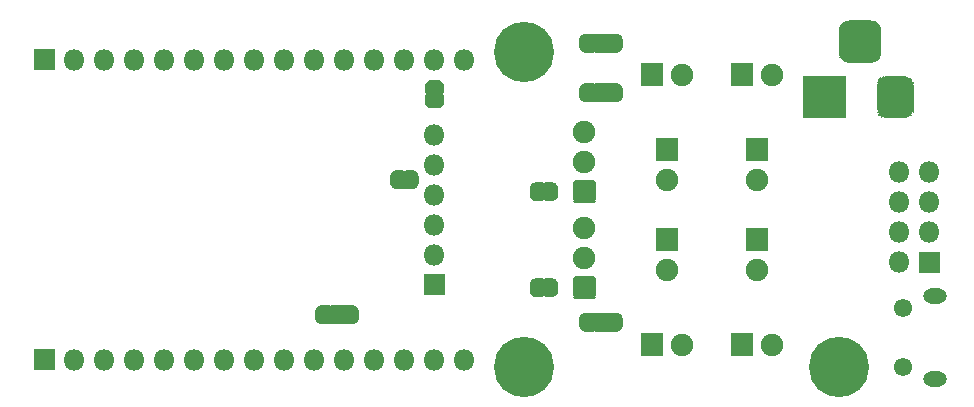
<source format=gbr>
G04 #@! TF.GenerationSoftware,KiCad,Pcbnew,(5.1.9-0-10_14)*
G04 #@! TF.CreationDate,2021-06-13T22:04:25-05:00*
G04 #@! TF.ProjectId,kbxIrBlaster,6b627849-7242-46c6-9173-7465722e6b69,rev?*
G04 #@! TF.SameCoordinates,Original*
G04 #@! TF.FileFunction,Soldermask,Bot*
G04 #@! TF.FilePolarity,Negative*
%FSLAX46Y46*%
G04 Gerber Fmt 4.6, Leading zero omitted, Abs format (unit mm)*
G04 Created by KiCad (PCBNEW (5.1.9-0-10_14)) date 2021-06-13 22:04:25*
%MOMM*%
%LPD*%
G01*
G04 APERTURE LIST*
%ADD10O,2.002000X1.302000*%
%ADD11C,1.552000*%
%ADD12C,0.100000*%
%ADD13C,1.902000*%
%ADD14O,1.802000X1.802000*%
%ADD15C,0.902000*%
%ADD16C,5.102000*%
G04 APERTURE END LIST*
D10*
X196690500Y-87940000D03*
X196690500Y-94940000D03*
D11*
X193990500Y-88940000D03*
X193990500Y-93940000D03*
G36*
G01*
X145499000Y-90285000D02*
X145499000Y-88785000D01*
G75*
G02*
X145550000Y-88734000I51000J0D01*
G01*
X146550000Y-88734000D01*
G75*
G02*
X146601000Y-88785000I0J-51000D01*
G01*
X146601000Y-90285000D01*
G75*
G02*
X146550000Y-90336000I-51000J0D01*
G01*
X145550000Y-90336000D01*
G75*
G02*
X145499000Y-90285000I0J51000D01*
G01*
G37*
D12*
G36*
X147356112Y-88734602D02*
G01*
X147374534Y-88734602D01*
X147379533Y-88734848D01*
X147428364Y-88739658D01*
X147433314Y-88740392D01*
X147481439Y-88749964D01*
X147486295Y-88751180D01*
X147533250Y-88765424D01*
X147537961Y-88767110D01*
X147583294Y-88785887D01*
X147587820Y-88788027D01*
X147631093Y-88811158D01*
X147635384Y-88813731D01*
X147676183Y-88840991D01*
X147680204Y-88843973D01*
X147718133Y-88875101D01*
X147721841Y-88878462D01*
X147756538Y-88913159D01*
X147759899Y-88916867D01*
X147791027Y-88954796D01*
X147794009Y-88958817D01*
X147821269Y-88999616D01*
X147823842Y-89003907D01*
X147846973Y-89047180D01*
X147849113Y-89051706D01*
X147867890Y-89097039D01*
X147869576Y-89101750D01*
X147883820Y-89148705D01*
X147885036Y-89153561D01*
X147894608Y-89201686D01*
X147895342Y-89206636D01*
X147900152Y-89255467D01*
X147900398Y-89260466D01*
X147900398Y-89278888D01*
X147901000Y-89285000D01*
X147901000Y-89785000D01*
X147900398Y-89791112D01*
X147900398Y-89809534D01*
X147900152Y-89814533D01*
X147895342Y-89863364D01*
X147894608Y-89868314D01*
X147885036Y-89916439D01*
X147883820Y-89921295D01*
X147869576Y-89968250D01*
X147867890Y-89972961D01*
X147849113Y-90018294D01*
X147846973Y-90022820D01*
X147823842Y-90066093D01*
X147821269Y-90070384D01*
X147794009Y-90111183D01*
X147791027Y-90115204D01*
X147759899Y-90153133D01*
X147756538Y-90156841D01*
X147721841Y-90191538D01*
X147718133Y-90194899D01*
X147680204Y-90226027D01*
X147676183Y-90229009D01*
X147635384Y-90256269D01*
X147631093Y-90258842D01*
X147587820Y-90281973D01*
X147583294Y-90284113D01*
X147537961Y-90302890D01*
X147533250Y-90304576D01*
X147486295Y-90318820D01*
X147481439Y-90320036D01*
X147433314Y-90329608D01*
X147428364Y-90330342D01*
X147379533Y-90335152D01*
X147374534Y-90335398D01*
X147356112Y-90335398D01*
X147350000Y-90336000D01*
X146800000Y-90336000D01*
X146790050Y-90335020D01*
X146780483Y-90332118D01*
X146771666Y-90327405D01*
X146763938Y-90321062D01*
X146757595Y-90313334D01*
X146752882Y-90304517D01*
X146749980Y-90294950D01*
X146749000Y-90285000D01*
X146749000Y-88785000D01*
X146749980Y-88775050D01*
X146752882Y-88765483D01*
X146757595Y-88756666D01*
X146763938Y-88748938D01*
X146771666Y-88742595D01*
X146780483Y-88737882D01*
X146790050Y-88734980D01*
X146800000Y-88734000D01*
X147350000Y-88734000D01*
X147356112Y-88734602D01*
G37*
G36*
X145309950Y-88734980D02*
G01*
X145319517Y-88737882D01*
X145328334Y-88742595D01*
X145336062Y-88748938D01*
X145342405Y-88756666D01*
X145347118Y-88765483D01*
X145350020Y-88775050D01*
X145351000Y-88785000D01*
X145351000Y-90285000D01*
X145350020Y-90294950D01*
X145347118Y-90304517D01*
X145342405Y-90313334D01*
X145336062Y-90321062D01*
X145328334Y-90327405D01*
X145319517Y-90332118D01*
X145309950Y-90335020D01*
X145300000Y-90336000D01*
X144750000Y-90336000D01*
X144743888Y-90335398D01*
X144725466Y-90335398D01*
X144720467Y-90335152D01*
X144671636Y-90330342D01*
X144666686Y-90329608D01*
X144618561Y-90320036D01*
X144613705Y-90318820D01*
X144566750Y-90304576D01*
X144562039Y-90302890D01*
X144516706Y-90284113D01*
X144512180Y-90281973D01*
X144468907Y-90258842D01*
X144464616Y-90256269D01*
X144423817Y-90229009D01*
X144419796Y-90226027D01*
X144381867Y-90194899D01*
X144378159Y-90191538D01*
X144343462Y-90156841D01*
X144340101Y-90153133D01*
X144308973Y-90115204D01*
X144305991Y-90111183D01*
X144278731Y-90070384D01*
X144276158Y-90066093D01*
X144253027Y-90022820D01*
X144250887Y-90018294D01*
X144232110Y-89972961D01*
X144230424Y-89968250D01*
X144216180Y-89921295D01*
X144214964Y-89916439D01*
X144205392Y-89868314D01*
X144204658Y-89863364D01*
X144199848Y-89814533D01*
X144199602Y-89809534D01*
X144199602Y-89791112D01*
X144199000Y-89785000D01*
X144199000Y-89285000D01*
X144199602Y-89278888D01*
X144199602Y-89260466D01*
X144199848Y-89255467D01*
X144204658Y-89206636D01*
X144205392Y-89201686D01*
X144214964Y-89153561D01*
X144216180Y-89148705D01*
X144230424Y-89101750D01*
X144232110Y-89097039D01*
X144250887Y-89051706D01*
X144253027Y-89047180D01*
X144276158Y-89003907D01*
X144278731Y-88999616D01*
X144305991Y-88958817D01*
X144308973Y-88954796D01*
X144340101Y-88916867D01*
X144343462Y-88913159D01*
X144378159Y-88878462D01*
X144381867Y-88875101D01*
X144419796Y-88843973D01*
X144423817Y-88840991D01*
X144464616Y-88813731D01*
X144468907Y-88811158D01*
X144512180Y-88788027D01*
X144516706Y-88785887D01*
X144562039Y-88767110D01*
X144566750Y-88765424D01*
X144613705Y-88751180D01*
X144618561Y-88749964D01*
X144666686Y-88740392D01*
X144671636Y-88739658D01*
X144720467Y-88734848D01*
X144725466Y-88734602D01*
X144743888Y-88734602D01*
X144750000Y-88734000D01*
X145300000Y-88734000D01*
X145309950Y-88734980D01*
G37*
G36*
X151108888Y-78905398D02*
G01*
X151090466Y-78905398D01*
X151085467Y-78905152D01*
X151036636Y-78900342D01*
X151031686Y-78899608D01*
X150983561Y-78890036D01*
X150978705Y-78888820D01*
X150931750Y-78874576D01*
X150927039Y-78872890D01*
X150881706Y-78854113D01*
X150877180Y-78851973D01*
X150833907Y-78828842D01*
X150829616Y-78826269D01*
X150788817Y-78799009D01*
X150784796Y-78796027D01*
X150746867Y-78764899D01*
X150743159Y-78761538D01*
X150708462Y-78726841D01*
X150705101Y-78723133D01*
X150673973Y-78685204D01*
X150670991Y-78681183D01*
X150643731Y-78640384D01*
X150641158Y-78636093D01*
X150618027Y-78592820D01*
X150615887Y-78588294D01*
X150597110Y-78542961D01*
X150595424Y-78538250D01*
X150581180Y-78491295D01*
X150579964Y-78486439D01*
X150570392Y-78438314D01*
X150569658Y-78433364D01*
X150564848Y-78384533D01*
X150564602Y-78379534D01*
X150564602Y-78361112D01*
X150564000Y-78355000D01*
X150564000Y-77855000D01*
X150564602Y-77848888D01*
X150564602Y-77830466D01*
X150564848Y-77825467D01*
X150569658Y-77776636D01*
X150570392Y-77771686D01*
X150579964Y-77723561D01*
X150581180Y-77718705D01*
X150595424Y-77671750D01*
X150597110Y-77667039D01*
X150615887Y-77621706D01*
X150618027Y-77617180D01*
X150641158Y-77573907D01*
X150643731Y-77569616D01*
X150670991Y-77528817D01*
X150673973Y-77524796D01*
X150705101Y-77486867D01*
X150708462Y-77483159D01*
X150743159Y-77448462D01*
X150746867Y-77445101D01*
X150784796Y-77413973D01*
X150788817Y-77410991D01*
X150829616Y-77383731D01*
X150833907Y-77381158D01*
X150877180Y-77358027D01*
X150881706Y-77355887D01*
X150927039Y-77337110D01*
X150931750Y-77335424D01*
X150978705Y-77321180D01*
X150983561Y-77319964D01*
X151031686Y-77310392D01*
X151036636Y-77309658D01*
X151085467Y-77304848D01*
X151090466Y-77304602D01*
X151108888Y-77304602D01*
X151115000Y-77304000D01*
X151615000Y-77304000D01*
X151624950Y-77304980D01*
X151634517Y-77307882D01*
X151643334Y-77312595D01*
X151651062Y-77318938D01*
X151657405Y-77326666D01*
X151662118Y-77335483D01*
X151665020Y-77345050D01*
X151666000Y-77355000D01*
X151666000Y-78855000D01*
X151665020Y-78864950D01*
X151662118Y-78874517D01*
X151657405Y-78883334D01*
X151651062Y-78891062D01*
X151643334Y-78897405D01*
X151634517Y-78902118D01*
X151624950Y-78905020D01*
X151615000Y-78906000D01*
X151115000Y-78906000D01*
X151108888Y-78905398D01*
G37*
G36*
X151905050Y-78905020D02*
G01*
X151895483Y-78902118D01*
X151886666Y-78897405D01*
X151878938Y-78891062D01*
X151872595Y-78883334D01*
X151867882Y-78874517D01*
X151864980Y-78864950D01*
X151864000Y-78855000D01*
X151864000Y-77355000D01*
X151864980Y-77345050D01*
X151867882Y-77335483D01*
X151872595Y-77326666D01*
X151878938Y-77318938D01*
X151886666Y-77312595D01*
X151895483Y-77307882D01*
X151905050Y-77304980D01*
X151915000Y-77304000D01*
X152415000Y-77304000D01*
X152421112Y-77304602D01*
X152439534Y-77304602D01*
X152444533Y-77304848D01*
X152493364Y-77309658D01*
X152498314Y-77310392D01*
X152546439Y-77319964D01*
X152551295Y-77321180D01*
X152598250Y-77335424D01*
X152602961Y-77337110D01*
X152648294Y-77355887D01*
X152652820Y-77358027D01*
X152696093Y-77381158D01*
X152700384Y-77383731D01*
X152741183Y-77410991D01*
X152745204Y-77413973D01*
X152783133Y-77445101D01*
X152786841Y-77448462D01*
X152821538Y-77483159D01*
X152824899Y-77486867D01*
X152856027Y-77524796D01*
X152859009Y-77528817D01*
X152886269Y-77569616D01*
X152888842Y-77573907D01*
X152911973Y-77617180D01*
X152914113Y-77621706D01*
X152932890Y-77667039D01*
X152934576Y-77671750D01*
X152948820Y-77718705D01*
X152950036Y-77723561D01*
X152959608Y-77771686D01*
X152960342Y-77776636D01*
X152965152Y-77825467D01*
X152965398Y-77830466D01*
X152965398Y-77848888D01*
X152966000Y-77855000D01*
X152966000Y-78355000D01*
X152965398Y-78361112D01*
X152965398Y-78379534D01*
X152965152Y-78384533D01*
X152960342Y-78433364D01*
X152959608Y-78438314D01*
X152950036Y-78486439D01*
X152948820Y-78491295D01*
X152934576Y-78538250D01*
X152932890Y-78542961D01*
X152914113Y-78588294D01*
X152911973Y-78592820D01*
X152888842Y-78636093D01*
X152886269Y-78640384D01*
X152859009Y-78681183D01*
X152856027Y-78685204D01*
X152824899Y-78723133D01*
X152821538Y-78726841D01*
X152786841Y-78761538D01*
X152783133Y-78764899D01*
X152745204Y-78796027D01*
X152741183Y-78799009D01*
X152700384Y-78826269D01*
X152696093Y-78828842D01*
X152652820Y-78851973D01*
X152648294Y-78854113D01*
X152602961Y-78872890D01*
X152598250Y-78874576D01*
X152551295Y-78888820D01*
X152546439Y-78890036D01*
X152498314Y-78899608D01*
X152493364Y-78900342D01*
X152444533Y-78905152D01*
X152439534Y-78905398D01*
X152421112Y-78905398D01*
X152415000Y-78906000D01*
X151915000Y-78906000D01*
X151905050Y-78905020D01*
G37*
G36*
X153504602Y-70209888D02*
G01*
X153504602Y-70191466D01*
X153504848Y-70186467D01*
X153509658Y-70137636D01*
X153510392Y-70132686D01*
X153519964Y-70084561D01*
X153521180Y-70079705D01*
X153535424Y-70032750D01*
X153537110Y-70028039D01*
X153555887Y-69982706D01*
X153558027Y-69978180D01*
X153581158Y-69934907D01*
X153583731Y-69930616D01*
X153610991Y-69889817D01*
X153613973Y-69885796D01*
X153645101Y-69847867D01*
X153648462Y-69844159D01*
X153683159Y-69809462D01*
X153686867Y-69806101D01*
X153724796Y-69774973D01*
X153728817Y-69771991D01*
X153769616Y-69744731D01*
X153773907Y-69742158D01*
X153817180Y-69719027D01*
X153821706Y-69716887D01*
X153867039Y-69698110D01*
X153871750Y-69696424D01*
X153918705Y-69682180D01*
X153923561Y-69680964D01*
X153971686Y-69671392D01*
X153976636Y-69670658D01*
X154025467Y-69665848D01*
X154030466Y-69665602D01*
X154048888Y-69665602D01*
X154055000Y-69665000D01*
X154555000Y-69665000D01*
X154561112Y-69665602D01*
X154579534Y-69665602D01*
X154584533Y-69665848D01*
X154633364Y-69670658D01*
X154638314Y-69671392D01*
X154686439Y-69680964D01*
X154691295Y-69682180D01*
X154738250Y-69696424D01*
X154742961Y-69698110D01*
X154788294Y-69716887D01*
X154792820Y-69719027D01*
X154836093Y-69742158D01*
X154840384Y-69744731D01*
X154881183Y-69771991D01*
X154885204Y-69774973D01*
X154923133Y-69806101D01*
X154926841Y-69809462D01*
X154961538Y-69844159D01*
X154964899Y-69847867D01*
X154996027Y-69885796D01*
X154999009Y-69889817D01*
X155026269Y-69930616D01*
X155028842Y-69934907D01*
X155051973Y-69978180D01*
X155054113Y-69982706D01*
X155072890Y-70028039D01*
X155074576Y-70032750D01*
X155088820Y-70079705D01*
X155090036Y-70084561D01*
X155099608Y-70132686D01*
X155100342Y-70137636D01*
X155105152Y-70186467D01*
X155105398Y-70191466D01*
X155105398Y-70209888D01*
X155106000Y-70216000D01*
X155106000Y-70716000D01*
X155105020Y-70725950D01*
X155102118Y-70735517D01*
X155097405Y-70744334D01*
X155091062Y-70752062D01*
X155083334Y-70758405D01*
X155074517Y-70763118D01*
X155064950Y-70766020D01*
X155055000Y-70767000D01*
X153555000Y-70767000D01*
X153545050Y-70766020D01*
X153535483Y-70763118D01*
X153526666Y-70758405D01*
X153518938Y-70752062D01*
X153512595Y-70744334D01*
X153507882Y-70735517D01*
X153504980Y-70725950D01*
X153504000Y-70716000D01*
X153504000Y-70216000D01*
X153504602Y-70209888D01*
G37*
G36*
X153504980Y-71006050D02*
G01*
X153507882Y-70996483D01*
X153512595Y-70987666D01*
X153518938Y-70979938D01*
X153526666Y-70973595D01*
X153535483Y-70968882D01*
X153545050Y-70965980D01*
X153555000Y-70965000D01*
X155055000Y-70965000D01*
X155064950Y-70965980D01*
X155074517Y-70968882D01*
X155083334Y-70973595D01*
X155091062Y-70979938D01*
X155097405Y-70987666D01*
X155102118Y-70996483D01*
X155105020Y-71006050D01*
X155106000Y-71016000D01*
X155106000Y-71516000D01*
X155105398Y-71522112D01*
X155105398Y-71540534D01*
X155105152Y-71545533D01*
X155100342Y-71594364D01*
X155099608Y-71599314D01*
X155090036Y-71647439D01*
X155088820Y-71652295D01*
X155074576Y-71699250D01*
X155072890Y-71703961D01*
X155054113Y-71749294D01*
X155051973Y-71753820D01*
X155028842Y-71797093D01*
X155026269Y-71801384D01*
X154999009Y-71842183D01*
X154996027Y-71846204D01*
X154964899Y-71884133D01*
X154961538Y-71887841D01*
X154926841Y-71922538D01*
X154923133Y-71925899D01*
X154885204Y-71957027D01*
X154881183Y-71960009D01*
X154840384Y-71987269D01*
X154836093Y-71989842D01*
X154792820Y-72012973D01*
X154788294Y-72015113D01*
X154742961Y-72033890D01*
X154738250Y-72035576D01*
X154691295Y-72049820D01*
X154686439Y-72051036D01*
X154638314Y-72060608D01*
X154633364Y-72061342D01*
X154584533Y-72066152D01*
X154579534Y-72066398D01*
X154561112Y-72066398D01*
X154555000Y-72067000D01*
X154055000Y-72067000D01*
X154048888Y-72066398D01*
X154030466Y-72066398D01*
X154025467Y-72066152D01*
X153976636Y-72061342D01*
X153971686Y-72060608D01*
X153923561Y-72051036D01*
X153918705Y-72049820D01*
X153871750Y-72035576D01*
X153867039Y-72033890D01*
X153821706Y-72015113D01*
X153817180Y-72012973D01*
X153773907Y-71989842D01*
X153769616Y-71987269D01*
X153728817Y-71960009D01*
X153724796Y-71957027D01*
X153686867Y-71925899D01*
X153683159Y-71922538D01*
X153648462Y-71887841D01*
X153645101Y-71884133D01*
X153613973Y-71846204D01*
X153610991Y-71842183D01*
X153583731Y-71801384D01*
X153581158Y-71797093D01*
X153558027Y-71753820D01*
X153555887Y-71749294D01*
X153537110Y-71703961D01*
X153535424Y-71699250D01*
X153521180Y-71652295D01*
X153519964Y-71647439D01*
X153510392Y-71599314D01*
X153509658Y-71594364D01*
X153504848Y-71545533D01*
X153504602Y-71540534D01*
X153504602Y-71522112D01*
X153504000Y-71516000D01*
X153504000Y-71016000D01*
X153504980Y-71006050D01*
G37*
G36*
G01*
X167851000Y-67298000D02*
X167851000Y-65798000D01*
G75*
G02*
X167902000Y-65747000I51000J0D01*
G01*
X168902000Y-65747000D01*
G75*
G02*
X168953000Y-65798000I0J-51000D01*
G01*
X168953000Y-67298000D01*
G75*
G02*
X168902000Y-67349000I-51000J0D01*
G01*
X167902000Y-67349000D01*
G75*
G02*
X167851000Y-67298000I0J51000D01*
G01*
G37*
G36*
X169708112Y-65747602D02*
G01*
X169726534Y-65747602D01*
X169731533Y-65747848D01*
X169780364Y-65752658D01*
X169785314Y-65753392D01*
X169833439Y-65762964D01*
X169838295Y-65764180D01*
X169885250Y-65778424D01*
X169889961Y-65780110D01*
X169935294Y-65798887D01*
X169939820Y-65801027D01*
X169983093Y-65824158D01*
X169987384Y-65826731D01*
X170028183Y-65853991D01*
X170032204Y-65856973D01*
X170070133Y-65888101D01*
X170073841Y-65891462D01*
X170108538Y-65926159D01*
X170111899Y-65929867D01*
X170143027Y-65967796D01*
X170146009Y-65971817D01*
X170173269Y-66012616D01*
X170175842Y-66016907D01*
X170198973Y-66060180D01*
X170201113Y-66064706D01*
X170219890Y-66110039D01*
X170221576Y-66114750D01*
X170235820Y-66161705D01*
X170237036Y-66166561D01*
X170246608Y-66214686D01*
X170247342Y-66219636D01*
X170252152Y-66268467D01*
X170252398Y-66273466D01*
X170252398Y-66291888D01*
X170253000Y-66298000D01*
X170253000Y-66798000D01*
X170252398Y-66804112D01*
X170252398Y-66822534D01*
X170252152Y-66827533D01*
X170247342Y-66876364D01*
X170246608Y-66881314D01*
X170237036Y-66929439D01*
X170235820Y-66934295D01*
X170221576Y-66981250D01*
X170219890Y-66985961D01*
X170201113Y-67031294D01*
X170198973Y-67035820D01*
X170175842Y-67079093D01*
X170173269Y-67083384D01*
X170146009Y-67124183D01*
X170143027Y-67128204D01*
X170111899Y-67166133D01*
X170108538Y-67169841D01*
X170073841Y-67204538D01*
X170070133Y-67207899D01*
X170032204Y-67239027D01*
X170028183Y-67242009D01*
X169987384Y-67269269D01*
X169983093Y-67271842D01*
X169939820Y-67294973D01*
X169935294Y-67297113D01*
X169889961Y-67315890D01*
X169885250Y-67317576D01*
X169838295Y-67331820D01*
X169833439Y-67333036D01*
X169785314Y-67342608D01*
X169780364Y-67343342D01*
X169731533Y-67348152D01*
X169726534Y-67348398D01*
X169708112Y-67348398D01*
X169702000Y-67349000D01*
X169152000Y-67349000D01*
X169142050Y-67348020D01*
X169132483Y-67345118D01*
X169123666Y-67340405D01*
X169115938Y-67334062D01*
X169109595Y-67326334D01*
X169104882Y-67317517D01*
X169101980Y-67307950D01*
X169101000Y-67298000D01*
X169101000Y-65798000D01*
X169101980Y-65788050D01*
X169104882Y-65778483D01*
X169109595Y-65769666D01*
X169115938Y-65761938D01*
X169123666Y-65755595D01*
X169132483Y-65750882D01*
X169142050Y-65747980D01*
X169152000Y-65747000D01*
X169702000Y-65747000D01*
X169708112Y-65747602D01*
G37*
G36*
X167661950Y-65747980D02*
G01*
X167671517Y-65750882D01*
X167680334Y-65755595D01*
X167688062Y-65761938D01*
X167694405Y-65769666D01*
X167699118Y-65778483D01*
X167702020Y-65788050D01*
X167703000Y-65798000D01*
X167703000Y-67298000D01*
X167702020Y-67307950D01*
X167699118Y-67317517D01*
X167694405Y-67326334D01*
X167688062Y-67334062D01*
X167680334Y-67340405D01*
X167671517Y-67345118D01*
X167661950Y-67348020D01*
X167652000Y-67349000D01*
X167102000Y-67349000D01*
X167095888Y-67348398D01*
X167077466Y-67348398D01*
X167072467Y-67348152D01*
X167023636Y-67343342D01*
X167018686Y-67342608D01*
X166970561Y-67333036D01*
X166965705Y-67331820D01*
X166918750Y-67317576D01*
X166914039Y-67315890D01*
X166868706Y-67297113D01*
X166864180Y-67294973D01*
X166820907Y-67271842D01*
X166816616Y-67269269D01*
X166775817Y-67242009D01*
X166771796Y-67239027D01*
X166733867Y-67207899D01*
X166730159Y-67204538D01*
X166695462Y-67169841D01*
X166692101Y-67166133D01*
X166660973Y-67128204D01*
X166657991Y-67124183D01*
X166630731Y-67083384D01*
X166628158Y-67079093D01*
X166605027Y-67035820D01*
X166602887Y-67031294D01*
X166584110Y-66985961D01*
X166582424Y-66981250D01*
X166568180Y-66934295D01*
X166566964Y-66929439D01*
X166557392Y-66881314D01*
X166556658Y-66876364D01*
X166551848Y-66827533D01*
X166551602Y-66822534D01*
X166551602Y-66804112D01*
X166551000Y-66798000D01*
X166551000Y-66298000D01*
X166551602Y-66291888D01*
X166551602Y-66273466D01*
X166551848Y-66268467D01*
X166556658Y-66219636D01*
X166557392Y-66214686D01*
X166566964Y-66166561D01*
X166568180Y-66161705D01*
X166582424Y-66114750D01*
X166584110Y-66110039D01*
X166602887Y-66064706D01*
X166605027Y-66060180D01*
X166628158Y-66016907D01*
X166630731Y-66012616D01*
X166657991Y-65971817D01*
X166660973Y-65967796D01*
X166692101Y-65929867D01*
X166695462Y-65926159D01*
X166730159Y-65891462D01*
X166733867Y-65888101D01*
X166771796Y-65856973D01*
X166775817Y-65853991D01*
X166816616Y-65826731D01*
X166820907Y-65824158D01*
X166864180Y-65801027D01*
X166868706Y-65798887D01*
X166914039Y-65780110D01*
X166918750Y-65778424D01*
X166965705Y-65764180D01*
X166970561Y-65762964D01*
X167018686Y-65753392D01*
X167023636Y-65752658D01*
X167072467Y-65747848D01*
X167077466Y-65747602D01*
X167095888Y-65747602D01*
X167102000Y-65747000D01*
X167652000Y-65747000D01*
X167661950Y-65747980D01*
G37*
G36*
G01*
X167851000Y-71489000D02*
X167851000Y-69989000D01*
G75*
G02*
X167902000Y-69938000I51000J0D01*
G01*
X168902000Y-69938000D01*
G75*
G02*
X168953000Y-69989000I0J-51000D01*
G01*
X168953000Y-71489000D01*
G75*
G02*
X168902000Y-71540000I-51000J0D01*
G01*
X167902000Y-71540000D01*
G75*
G02*
X167851000Y-71489000I0J51000D01*
G01*
G37*
G36*
X169708112Y-69938602D02*
G01*
X169726534Y-69938602D01*
X169731533Y-69938848D01*
X169780364Y-69943658D01*
X169785314Y-69944392D01*
X169833439Y-69953964D01*
X169838295Y-69955180D01*
X169885250Y-69969424D01*
X169889961Y-69971110D01*
X169935294Y-69989887D01*
X169939820Y-69992027D01*
X169983093Y-70015158D01*
X169987384Y-70017731D01*
X170028183Y-70044991D01*
X170032204Y-70047973D01*
X170070133Y-70079101D01*
X170073841Y-70082462D01*
X170108538Y-70117159D01*
X170111899Y-70120867D01*
X170143027Y-70158796D01*
X170146009Y-70162817D01*
X170173269Y-70203616D01*
X170175842Y-70207907D01*
X170198973Y-70251180D01*
X170201113Y-70255706D01*
X170219890Y-70301039D01*
X170221576Y-70305750D01*
X170235820Y-70352705D01*
X170237036Y-70357561D01*
X170246608Y-70405686D01*
X170247342Y-70410636D01*
X170252152Y-70459467D01*
X170252398Y-70464466D01*
X170252398Y-70482888D01*
X170253000Y-70489000D01*
X170253000Y-70989000D01*
X170252398Y-70995112D01*
X170252398Y-71013534D01*
X170252152Y-71018533D01*
X170247342Y-71067364D01*
X170246608Y-71072314D01*
X170237036Y-71120439D01*
X170235820Y-71125295D01*
X170221576Y-71172250D01*
X170219890Y-71176961D01*
X170201113Y-71222294D01*
X170198973Y-71226820D01*
X170175842Y-71270093D01*
X170173269Y-71274384D01*
X170146009Y-71315183D01*
X170143027Y-71319204D01*
X170111899Y-71357133D01*
X170108538Y-71360841D01*
X170073841Y-71395538D01*
X170070133Y-71398899D01*
X170032204Y-71430027D01*
X170028183Y-71433009D01*
X169987384Y-71460269D01*
X169983093Y-71462842D01*
X169939820Y-71485973D01*
X169935294Y-71488113D01*
X169889961Y-71506890D01*
X169885250Y-71508576D01*
X169838295Y-71522820D01*
X169833439Y-71524036D01*
X169785314Y-71533608D01*
X169780364Y-71534342D01*
X169731533Y-71539152D01*
X169726534Y-71539398D01*
X169708112Y-71539398D01*
X169702000Y-71540000D01*
X169152000Y-71540000D01*
X169142050Y-71539020D01*
X169132483Y-71536118D01*
X169123666Y-71531405D01*
X169115938Y-71525062D01*
X169109595Y-71517334D01*
X169104882Y-71508517D01*
X169101980Y-71498950D01*
X169101000Y-71489000D01*
X169101000Y-69989000D01*
X169101980Y-69979050D01*
X169104882Y-69969483D01*
X169109595Y-69960666D01*
X169115938Y-69952938D01*
X169123666Y-69946595D01*
X169132483Y-69941882D01*
X169142050Y-69938980D01*
X169152000Y-69938000D01*
X169702000Y-69938000D01*
X169708112Y-69938602D01*
G37*
G36*
X167661950Y-69938980D02*
G01*
X167671517Y-69941882D01*
X167680334Y-69946595D01*
X167688062Y-69952938D01*
X167694405Y-69960666D01*
X167699118Y-69969483D01*
X167702020Y-69979050D01*
X167703000Y-69989000D01*
X167703000Y-71489000D01*
X167702020Y-71498950D01*
X167699118Y-71508517D01*
X167694405Y-71517334D01*
X167688062Y-71525062D01*
X167680334Y-71531405D01*
X167671517Y-71536118D01*
X167661950Y-71539020D01*
X167652000Y-71540000D01*
X167102000Y-71540000D01*
X167095888Y-71539398D01*
X167077466Y-71539398D01*
X167072467Y-71539152D01*
X167023636Y-71534342D01*
X167018686Y-71533608D01*
X166970561Y-71524036D01*
X166965705Y-71522820D01*
X166918750Y-71508576D01*
X166914039Y-71506890D01*
X166868706Y-71488113D01*
X166864180Y-71485973D01*
X166820907Y-71462842D01*
X166816616Y-71460269D01*
X166775817Y-71433009D01*
X166771796Y-71430027D01*
X166733867Y-71398899D01*
X166730159Y-71395538D01*
X166695462Y-71360841D01*
X166692101Y-71357133D01*
X166660973Y-71319204D01*
X166657991Y-71315183D01*
X166630731Y-71274384D01*
X166628158Y-71270093D01*
X166605027Y-71226820D01*
X166602887Y-71222294D01*
X166584110Y-71176961D01*
X166582424Y-71172250D01*
X166568180Y-71125295D01*
X166566964Y-71120439D01*
X166557392Y-71072314D01*
X166556658Y-71067364D01*
X166551848Y-71018533D01*
X166551602Y-71013534D01*
X166551602Y-70995112D01*
X166551000Y-70989000D01*
X166551000Y-70489000D01*
X166551602Y-70482888D01*
X166551602Y-70464466D01*
X166551848Y-70459467D01*
X166556658Y-70410636D01*
X166557392Y-70405686D01*
X166566964Y-70357561D01*
X166568180Y-70352705D01*
X166582424Y-70305750D01*
X166584110Y-70301039D01*
X166602887Y-70255706D01*
X166605027Y-70251180D01*
X166628158Y-70207907D01*
X166630731Y-70203616D01*
X166657991Y-70162817D01*
X166660973Y-70158796D01*
X166692101Y-70120867D01*
X166695462Y-70117159D01*
X166730159Y-70082462D01*
X166733867Y-70079101D01*
X166771796Y-70047973D01*
X166775817Y-70044991D01*
X166816616Y-70017731D01*
X166820907Y-70015158D01*
X166864180Y-69992027D01*
X166868706Y-69989887D01*
X166914039Y-69971110D01*
X166918750Y-69969424D01*
X166965705Y-69955180D01*
X166970561Y-69953964D01*
X167018686Y-69944392D01*
X167023636Y-69943658D01*
X167072467Y-69938848D01*
X167077466Y-69938602D01*
X167095888Y-69938602D01*
X167102000Y-69938000D01*
X167652000Y-69938000D01*
X167661950Y-69938980D01*
G37*
G36*
G01*
X167851000Y-90920000D02*
X167851000Y-89420000D01*
G75*
G02*
X167902000Y-89369000I51000J0D01*
G01*
X168902000Y-89369000D01*
G75*
G02*
X168953000Y-89420000I0J-51000D01*
G01*
X168953000Y-90920000D01*
G75*
G02*
X168902000Y-90971000I-51000J0D01*
G01*
X167902000Y-90971000D01*
G75*
G02*
X167851000Y-90920000I0J51000D01*
G01*
G37*
G36*
X169708112Y-89369602D02*
G01*
X169726534Y-89369602D01*
X169731533Y-89369848D01*
X169780364Y-89374658D01*
X169785314Y-89375392D01*
X169833439Y-89384964D01*
X169838295Y-89386180D01*
X169885250Y-89400424D01*
X169889961Y-89402110D01*
X169935294Y-89420887D01*
X169939820Y-89423027D01*
X169983093Y-89446158D01*
X169987384Y-89448731D01*
X170028183Y-89475991D01*
X170032204Y-89478973D01*
X170070133Y-89510101D01*
X170073841Y-89513462D01*
X170108538Y-89548159D01*
X170111899Y-89551867D01*
X170143027Y-89589796D01*
X170146009Y-89593817D01*
X170173269Y-89634616D01*
X170175842Y-89638907D01*
X170198973Y-89682180D01*
X170201113Y-89686706D01*
X170219890Y-89732039D01*
X170221576Y-89736750D01*
X170235820Y-89783705D01*
X170237036Y-89788561D01*
X170246608Y-89836686D01*
X170247342Y-89841636D01*
X170252152Y-89890467D01*
X170252398Y-89895466D01*
X170252398Y-89913888D01*
X170253000Y-89920000D01*
X170253000Y-90420000D01*
X170252398Y-90426112D01*
X170252398Y-90444534D01*
X170252152Y-90449533D01*
X170247342Y-90498364D01*
X170246608Y-90503314D01*
X170237036Y-90551439D01*
X170235820Y-90556295D01*
X170221576Y-90603250D01*
X170219890Y-90607961D01*
X170201113Y-90653294D01*
X170198973Y-90657820D01*
X170175842Y-90701093D01*
X170173269Y-90705384D01*
X170146009Y-90746183D01*
X170143027Y-90750204D01*
X170111899Y-90788133D01*
X170108538Y-90791841D01*
X170073841Y-90826538D01*
X170070133Y-90829899D01*
X170032204Y-90861027D01*
X170028183Y-90864009D01*
X169987384Y-90891269D01*
X169983093Y-90893842D01*
X169939820Y-90916973D01*
X169935294Y-90919113D01*
X169889961Y-90937890D01*
X169885250Y-90939576D01*
X169838295Y-90953820D01*
X169833439Y-90955036D01*
X169785314Y-90964608D01*
X169780364Y-90965342D01*
X169731533Y-90970152D01*
X169726534Y-90970398D01*
X169708112Y-90970398D01*
X169702000Y-90971000D01*
X169152000Y-90971000D01*
X169142050Y-90970020D01*
X169132483Y-90967118D01*
X169123666Y-90962405D01*
X169115938Y-90956062D01*
X169109595Y-90948334D01*
X169104882Y-90939517D01*
X169101980Y-90929950D01*
X169101000Y-90920000D01*
X169101000Y-89420000D01*
X169101980Y-89410050D01*
X169104882Y-89400483D01*
X169109595Y-89391666D01*
X169115938Y-89383938D01*
X169123666Y-89377595D01*
X169132483Y-89372882D01*
X169142050Y-89369980D01*
X169152000Y-89369000D01*
X169702000Y-89369000D01*
X169708112Y-89369602D01*
G37*
G36*
X167661950Y-89369980D02*
G01*
X167671517Y-89372882D01*
X167680334Y-89377595D01*
X167688062Y-89383938D01*
X167694405Y-89391666D01*
X167699118Y-89400483D01*
X167702020Y-89410050D01*
X167703000Y-89420000D01*
X167703000Y-90920000D01*
X167702020Y-90929950D01*
X167699118Y-90939517D01*
X167694405Y-90948334D01*
X167688062Y-90956062D01*
X167680334Y-90962405D01*
X167671517Y-90967118D01*
X167661950Y-90970020D01*
X167652000Y-90971000D01*
X167102000Y-90971000D01*
X167095888Y-90970398D01*
X167077466Y-90970398D01*
X167072467Y-90970152D01*
X167023636Y-90965342D01*
X167018686Y-90964608D01*
X166970561Y-90955036D01*
X166965705Y-90953820D01*
X166918750Y-90939576D01*
X166914039Y-90937890D01*
X166868706Y-90919113D01*
X166864180Y-90916973D01*
X166820907Y-90893842D01*
X166816616Y-90891269D01*
X166775817Y-90864009D01*
X166771796Y-90861027D01*
X166733867Y-90829899D01*
X166730159Y-90826538D01*
X166695462Y-90791841D01*
X166692101Y-90788133D01*
X166660973Y-90750204D01*
X166657991Y-90746183D01*
X166630731Y-90705384D01*
X166628158Y-90701093D01*
X166605027Y-90657820D01*
X166602887Y-90653294D01*
X166584110Y-90607961D01*
X166582424Y-90603250D01*
X166568180Y-90556295D01*
X166566964Y-90551439D01*
X166557392Y-90503314D01*
X166556658Y-90498364D01*
X166551848Y-90449533D01*
X166551602Y-90444534D01*
X166551602Y-90426112D01*
X166551000Y-90420000D01*
X166551000Y-89920000D01*
X166551602Y-89913888D01*
X166551602Y-89895466D01*
X166551848Y-89890467D01*
X166556658Y-89841636D01*
X166557392Y-89836686D01*
X166566964Y-89788561D01*
X166568180Y-89783705D01*
X166582424Y-89736750D01*
X166584110Y-89732039D01*
X166602887Y-89686706D01*
X166605027Y-89682180D01*
X166628158Y-89638907D01*
X166630731Y-89634616D01*
X166657991Y-89593817D01*
X166660973Y-89589796D01*
X166692101Y-89551867D01*
X166695462Y-89548159D01*
X166730159Y-89513462D01*
X166733867Y-89510101D01*
X166771796Y-89478973D01*
X166775817Y-89475991D01*
X166816616Y-89448731D01*
X166820907Y-89446158D01*
X166864180Y-89423027D01*
X166868706Y-89420887D01*
X166914039Y-89402110D01*
X166918750Y-89400424D01*
X166965705Y-89386180D01*
X166970561Y-89384964D01*
X167018686Y-89375392D01*
X167023636Y-89374658D01*
X167072467Y-89369848D01*
X167077466Y-89369602D01*
X167095888Y-89369602D01*
X167102000Y-89369000D01*
X167652000Y-89369000D01*
X167661950Y-89369980D01*
G37*
G36*
X162919888Y-79921398D02*
G01*
X162901466Y-79921398D01*
X162896467Y-79921152D01*
X162847636Y-79916342D01*
X162842686Y-79915608D01*
X162794561Y-79906036D01*
X162789705Y-79904820D01*
X162742750Y-79890576D01*
X162738039Y-79888890D01*
X162692706Y-79870113D01*
X162688180Y-79867973D01*
X162644907Y-79844842D01*
X162640616Y-79842269D01*
X162599817Y-79815009D01*
X162595796Y-79812027D01*
X162557867Y-79780899D01*
X162554159Y-79777538D01*
X162519462Y-79742841D01*
X162516101Y-79739133D01*
X162484973Y-79701204D01*
X162481991Y-79697183D01*
X162454731Y-79656384D01*
X162452158Y-79652093D01*
X162429027Y-79608820D01*
X162426887Y-79604294D01*
X162408110Y-79558961D01*
X162406424Y-79554250D01*
X162392180Y-79507295D01*
X162390964Y-79502439D01*
X162381392Y-79454314D01*
X162380658Y-79449364D01*
X162375848Y-79400533D01*
X162375602Y-79395534D01*
X162375602Y-79377112D01*
X162375000Y-79371000D01*
X162375000Y-78871000D01*
X162375602Y-78864888D01*
X162375602Y-78846466D01*
X162375848Y-78841467D01*
X162380658Y-78792636D01*
X162381392Y-78787686D01*
X162390964Y-78739561D01*
X162392180Y-78734705D01*
X162406424Y-78687750D01*
X162408110Y-78683039D01*
X162426887Y-78637706D01*
X162429027Y-78633180D01*
X162452158Y-78589907D01*
X162454731Y-78585616D01*
X162481991Y-78544817D01*
X162484973Y-78540796D01*
X162516101Y-78502867D01*
X162519462Y-78499159D01*
X162554159Y-78464462D01*
X162557867Y-78461101D01*
X162595796Y-78429973D01*
X162599817Y-78426991D01*
X162640616Y-78399731D01*
X162644907Y-78397158D01*
X162688180Y-78374027D01*
X162692706Y-78371887D01*
X162738039Y-78353110D01*
X162742750Y-78351424D01*
X162789705Y-78337180D01*
X162794561Y-78335964D01*
X162842686Y-78326392D01*
X162847636Y-78325658D01*
X162896467Y-78320848D01*
X162901466Y-78320602D01*
X162919888Y-78320602D01*
X162926000Y-78320000D01*
X163426000Y-78320000D01*
X163435950Y-78320980D01*
X163445517Y-78323882D01*
X163454334Y-78328595D01*
X163462062Y-78334938D01*
X163468405Y-78342666D01*
X163473118Y-78351483D01*
X163476020Y-78361050D01*
X163477000Y-78371000D01*
X163477000Y-79871000D01*
X163476020Y-79880950D01*
X163473118Y-79890517D01*
X163468405Y-79899334D01*
X163462062Y-79907062D01*
X163454334Y-79913405D01*
X163445517Y-79918118D01*
X163435950Y-79921020D01*
X163426000Y-79922000D01*
X162926000Y-79922000D01*
X162919888Y-79921398D01*
G37*
G36*
X163716050Y-79921020D02*
G01*
X163706483Y-79918118D01*
X163697666Y-79913405D01*
X163689938Y-79907062D01*
X163683595Y-79899334D01*
X163678882Y-79890517D01*
X163675980Y-79880950D01*
X163675000Y-79871000D01*
X163675000Y-78371000D01*
X163675980Y-78361050D01*
X163678882Y-78351483D01*
X163683595Y-78342666D01*
X163689938Y-78334938D01*
X163697666Y-78328595D01*
X163706483Y-78323882D01*
X163716050Y-78320980D01*
X163726000Y-78320000D01*
X164226000Y-78320000D01*
X164232112Y-78320602D01*
X164250534Y-78320602D01*
X164255533Y-78320848D01*
X164304364Y-78325658D01*
X164309314Y-78326392D01*
X164357439Y-78335964D01*
X164362295Y-78337180D01*
X164409250Y-78351424D01*
X164413961Y-78353110D01*
X164459294Y-78371887D01*
X164463820Y-78374027D01*
X164507093Y-78397158D01*
X164511384Y-78399731D01*
X164552183Y-78426991D01*
X164556204Y-78429973D01*
X164594133Y-78461101D01*
X164597841Y-78464462D01*
X164632538Y-78499159D01*
X164635899Y-78502867D01*
X164667027Y-78540796D01*
X164670009Y-78544817D01*
X164697269Y-78585616D01*
X164699842Y-78589907D01*
X164722973Y-78633180D01*
X164725113Y-78637706D01*
X164743890Y-78683039D01*
X164745576Y-78687750D01*
X164759820Y-78734705D01*
X164761036Y-78739561D01*
X164770608Y-78787686D01*
X164771342Y-78792636D01*
X164776152Y-78841467D01*
X164776398Y-78846466D01*
X164776398Y-78864888D01*
X164777000Y-78871000D01*
X164777000Y-79371000D01*
X164776398Y-79377112D01*
X164776398Y-79395534D01*
X164776152Y-79400533D01*
X164771342Y-79449364D01*
X164770608Y-79454314D01*
X164761036Y-79502439D01*
X164759820Y-79507295D01*
X164745576Y-79554250D01*
X164743890Y-79558961D01*
X164725113Y-79604294D01*
X164722973Y-79608820D01*
X164699842Y-79652093D01*
X164697269Y-79656384D01*
X164670009Y-79697183D01*
X164667027Y-79701204D01*
X164635899Y-79739133D01*
X164632538Y-79742841D01*
X164597841Y-79777538D01*
X164594133Y-79780899D01*
X164556204Y-79812027D01*
X164552183Y-79815009D01*
X164511384Y-79842269D01*
X164507093Y-79844842D01*
X164463820Y-79867973D01*
X164459294Y-79870113D01*
X164413961Y-79888890D01*
X164409250Y-79890576D01*
X164362295Y-79904820D01*
X164357439Y-79906036D01*
X164309314Y-79915608D01*
X164304364Y-79916342D01*
X164255533Y-79921152D01*
X164250534Y-79921398D01*
X164232112Y-79921398D01*
X164226000Y-79922000D01*
X163726000Y-79922000D01*
X163716050Y-79921020D01*
G37*
G36*
X162919888Y-88049398D02*
G01*
X162901466Y-88049398D01*
X162896467Y-88049152D01*
X162847636Y-88044342D01*
X162842686Y-88043608D01*
X162794561Y-88034036D01*
X162789705Y-88032820D01*
X162742750Y-88018576D01*
X162738039Y-88016890D01*
X162692706Y-87998113D01*
X162688180Y-87995973D01*
X162644907Y-87972842D01*
X162640616Y-87970269D01*
X162599817Y-87943009D01*
X162595796Y-87940027D01*
X162557867Y-87908899D01*
X162554159Y-87905538D01*
X162519462Y-87870841D01*
X162516101Y-87867133D01*
X162484973Y-87829204D01*
X162481991Y-87825183D01*
X162454731Y-87784384D01*
X162452158Y-87780093D01*
X162429027Y-87736820D01*
X162426887Y-87732294D01*
X162408110Y-87686961D01*
X162406424Y-87682250D01*
X162392180Y-87635295D01*
X162390964Y-87630439D01*
X162381392Y-87582314D01*
X162380658Y-87577364D01*
X162375848Y-87528533D01*
X162375602Y-87523534D01*
X162375602Y-87505112D01*
X162375000Y-87499000D01*
X162375000Y-86999000D01*
X162375602Y-86992888D01*
X162375602Y-86974466D01*
X162375848Y-86969467D01*
X162380658Y-86920636D01*
X162381392Y-86915686D01*
X162390964Y-86867561D01*
X162392180Y-86862705D01*
X162406424Y-86815750D01*
X162408110Y-86811039D01*
X162426887Y-86765706D01*
X162429027Y-86761180D01*
X162452158Y-86717907D01*
X162454731Y-86713616D01*
X162481991Y-86672817D01*
X162484973Y-86668796D01*
X162516101Y-86630867D01*
X162519462Y-86627159D01*
X162554159Y-86592462D01*
X162557867Y-86589101D01*
X162595796Y-86557973D01*
X162599817Y-86554991D01*
X162640616Y-86527731D01*
X162644907Y-86525158D01*
X162688180Y-86502027D01*
X162692706Y-86499887D01*
X162738039Y-86481110D01*
X162742750Y-86479424D01*
X162789705Y-86465180D01*
X162794561Y-86463964D01*
X162842686Y-86454392D01*
X162847636Y-86453658D01*
X162896467Y-86448848D01*
X162901466Y-86448602D01*
X162919888Y-86448602D01*
X162926000Y-86448000D01*
X163426000Y-86448000D01*
X163435950Y-86448980D01*
X163445517Y-86451882D01*
X163454334Y-86456595D01*
X163462062Y-86462938D01*
X163468405Y-86470666D01*
X163473118Y-86479483D01*
X163476020Y-86489050D01*
X163477000Y-86499000D01*
X163477000Y-87999000D01*
X163476020Y-88008950D01*
X163473118Y-88018517D01*
X163468405Y-88027334D01*
X163462062Y-88035062D01*
X163454334Y-88041405D01*
X163445517Y-88046118D01*
X163435950Y-88049020D01*
X163426000Y-88050000D01*
X162926000Y-88050000D01*
X162919888Y-88049398D01*
G37*
G36*
X163716050Y-88049020D02*
G01*
X163706483Y-88046118D01*
X163697666Y-88041405D01*
X163689938Y-88035062D01*
X163683595Y-88027334D01*
X163678882Y-88018517D01*
X163675980Y-88008950D01*
X163675000Y-87999000D01*
X163675000Y-86499000D01*
X163675980Y-86489050D01*
X163678882Y-86479483D01*
X163683595Y-86470666D01*
X163689938Y-86462938D01*
X163697666Y-86456595D01*
X163706483Y-86451882D01*
X163716050Y-86448980D01*
X163726000Y-86448000D01*
X164226000Y-86448000D01*
X164232112Y-86448602D01*
X164250534Y-86448602D01*
X164255533Y-86448848D01*
X164304364Y-86453658D01*
X164309314Y-86454392D01*
X164357439Y-86463964D01*
X164362295Y-86465180D01*
X164409250Y-86479424D01*
X164413961Y-86481110D01*
X164459294Y-86499887D01*
X164463820Y-86502027D01*
X164507093Y-86525158D01*
X164511384Y-86527731D01*
X164552183Y-86554991D01*
X164556204Y-86557973D01*
X164594133Y-86589101D01*
X164597841Y-86592462D01*
X164632538Y-86627159D01*
X164635899Y-86630867D01*
X164667027Y-86668796D01*
X164670009Y-86672817D01*
X164697269Y-86713616D01*
X164699842Y-86717907D01*
X164722973Y-86761180D01*
X164725113Y-86765706D01*
X164743890Y-86811039D01*
X164745576Y-86815750D01*
X164759820Y-86862705D01*
X164761036Y-86867561D01*
X164770608Y-86915686D01*
X164771342Y-86920636D01*
X164776152Y-86969467D01*
X164776398Y-86974466D01*
X164776398Y-86992888D01*
X164777000Y-86999000D01*
X164777000Y-87499000D01*
X164776398Y-87505112D01*
X164776398Y-87523534D01*
X164776152Y-87528533D01*
X164771342Y-87577364D01*
X164770608Y-87582314D01*
X164761036Y-87630439D01*
X164759820Y-87635295D01*
X164745576Y-87682250D01*
X164743890Y-87686961D01*
X164725113Y-87732294D01*
X164722973Y-87736820D01*
X164699842Y-87780093D01*
X164697269Y-87784384D01*
X164670009Y-87825183D01*
X164667027Y-87829204D01*
X164635899Y-87867133D01*
X164632538Y-87870841D01*
X164597841Y-87905538D01*
X164594133Y-87908899D01*
X164556204Y-87940027D01*
X164552183Y-87943009D01*
X164511384Y-87970269D01*
X164507093Y-87972842D01*
X164463820Y-87995973D01*
X164459294Y-87998113D01*
X164413961Y-88016890D01*
X164409250Y-88018576D01*
X164362295Y-88032820D01*
X164357439Y-88034036D01*
X164309314Y-88043608D01*
X164304364Y-88044342D01*
X164255533Y-88049152D01*
X164250534Y-88049398D01*
X164232112Y-88049398D01*
X164226000Y-88050000D01*
X163726000Y-88050000D01*
X163716050Y-88049020D01*
G37*
D13*
X167005000Y-74041000D03*
X167005000Y-76581000D03*
G36*
G01*
X167691622Y-80072000D02*
X166318378Y-80072000D01*
G75*
G02*
X166054000Y-79807622I0J264378D01*
G01*
X166054000Y-78434378D01*
G75*
G02*
X166318378Y-78170000I264378J0D01*
G01*
X167691622Y-78170000D01*
G75*
G02*
X167956000Y-78434378I0J-264378D01*
G01*
X167956000Y-79807622D01*
G75*
G02*
X167691622Y-80072000I-264378J0D01*
G01*
G37*
X167005000Y-82169000D03*
X167005000Y-84709000D03*
G36*
G01*
X167691622Y-88200000D02*
X166318378Y-88200000D01*
G75*
G02*
X166054000Y-87935622I0J264378D01*
G01*
X166054000Y-86562378D01*
G75*
G02*
X166318378Y-86298000I264378J0D01*
G01*
X167691622Y-86298000D01*
G75*
G02*
X167956000Y-86562378I0J-264378D01*
G01*
X167956000Y-87935622D01*
G75*
G02*
X167691622Y-88200000I-264378J0D01*
G01*
G37*
X175260000Y-69215000D03*
G36*
G01*
X171769000Y-70115000D02*
X171769000Y-68315000D01*
G75*
G02*
X171820000Y-68264000I51000J0D01*
G01*
X173620000Y-68264000D01*
G75*
G02*
X173671000Y-68315000I0J-51000D01*
G01*
X173671000Y-70115000D01*
G75*
G02*
X173620000Y-70166000I-51000J0D01*
G01*
X171820000Y-70166000D01*
G75*
G02*
X171769000Y-70115000I0J51000D01*
G01*
G37*
X173990000Y-78105000D03*
G36*
G01*
X173090000Y-74614000D02*
X174890000Y-74614000D01*
G75*
G02*
X174941000Y-74665000I0J-51000D01*
G01*
X174941000Y-76465000D01*
G75*
G02*
X174890000Y-76516000I-51000J0D01*
G01*
X173090000Y-76516000D01*
G75*
G02*
X173039000Y-76465000I0J51000D01*
G01*
X173039000Y-74665000D01*
G75*
G02*
X173090000Y-74614000I51000J0D01*
G01*
G37*
X182880000Y-69215000D03*
G36*
G01*
X179389000Y-70115000D02*
X179389000Y-68315000D01*
G75*
G02*
X179440000Y-68264000I51000J0D01*
G01*
X181240000Y-68264000D01*
G75*
G02*
X181291000Y-68315000I0J-51000D01*
G01*
X181291000Y-70115000D01*
G75*
G02*
X181240000Y-70166000I-51000J0D01*
G01*
X179440000Y-70166000D01*
G75*
G02*
X179389000Y-70115000I0J51000D01*
G01*
G37*
X181610000Y-78105000D03*
G36*
G01*
X180710000Y-74614000D02*
X182510000Y-74614000D01*
G75*
G02*
X182561000Y-74665000I0J-51000D01*
G01*
X182561000Y-76465000D01*
G75*
G02*
X182510000Y-76516000I-51000J0D01*
G01*
X180710000Y-76516000D01*
G75*
G02*
X180659000Y-76465000I0J51000D01*
G01*
X180659000Y-74665000D01*
G75*
G02*
X180710000Y-74614000I51000J0D01*
G01*
G37*
D14*
X156845000Y-67945000D03*
X154305000Y-67945000D03*
X151765000Y-67945000D03*
X149225000Y-67945000D03*
X146685000Y-67945000D03*
X144145000Y-67945000D03*
X141605000Y-67945000D03*
X139065000Y-67945000D03*
X136525000Y-67945000D03*
X133985000Y-67945000D03*
X131445000Y-67945000D03*
X128905000Y-67945000D03*
X126365000Y-67945000D03*
X123825000Y-67945000D03*
G36*
G01*
X122135000Y-68846000D02*
X120435000Y-68846000D01*
G75*
G02*
X120384000Y-68795000I0J51000D01*
G01*
X120384000Y-67095000D01*
G75*
G02*
X120435000Y-67044000I51000J0D01*
G01*
X122135000Y-67044000D01*
G75*
G02*
X122186000Y-67095000I0J-51000D01*
G01*
X122186000Y-68795000D01*
G75*
G02*
X122135000Y-68846000I-51000J0D01*
G01*
G37*
X156845000Y-93345000D03*
X154305000Y-93345000D03*
X151765000Y-93345000D03*
X149225000Y-93345000D03*
X146685000Y-93345000D03*
X144145000Y-93345000D03*
X141605000Y-93345000D03*
X139065000Y-93345000D03*
X136525000Y-93345000D03*
X133985000Y-93345000D03*
X131445000Y-93345000D03*
X128905000Y-93345000D03*
X126365000Y-93345000D03*
X123825000Y-93345000D03*
G36*
G01*
X122135000Y-94246000D02*
X120435000Y-94246000D01*
G75*
G02*
X120384000Y-94195000I0J51000D01*
G01*
X120384000Y-92495000D01*
G75*
G02*
X120435000Y-92444000I51000J0D01*
G01*
X122135000Y-92444000D01*
G75*
G02*
X122186000Y-92495000I0J-51000D01*
G01*
X122186000Y-94195000D01*
G75*
G02*
X122135000Y-94246000I-51000J0D01*
G01*
G37*
X154305000Y-74295000D03*
X154305000Y-76835000D03*
X154305000Y-79375000D03*
X154305000Y-81915000D03*
X154305000Y-84455000D03*
G36*
G01*
X155206000Y-86145000D02*
X155206000Y-87845000D01*
G75*
G02*
X155155000Y-87896000I-51000J0D01*
G01*
X153455000Y-87896000D01*
G75*
G02*
X153404000Y-87845000I0J51000D01*
G01*
X153404000Y-86145000D01*
G75*
G02*
X153455000Y-86094000I51000J0D01*
G01*
X155155000Y-86094000D01*
G75*
G02*
X155206000Y-86145000I0J-51000D01*
G01*
G37*
X193675000Y-77470000D03*
X196215000Y-77470000D03*
X193675000Y-80010000D03*
X196215000Y-80010000D03*
X193675000Y-82550000D03*
X196215000Y-82550000D03*
X193675000Y-85090000D03*
G36*
G01*
X197116000Y-84240000D02*
X197116000Y-85940000D01*
G75*
G02*
X197065000Y-85991000I-51000J0D01*
G01*
X195365000Y-85991000D01*
G75*
G02*
X195314000Y-85940000I0J51000D01*
G01*
X195314000Y-84240000D01*
G75*
G02*
X195365000Y-84189000I51000J0D01*
G01*
X197065000Y-84189000D01*
G75*
G02*
X197116000Y-84240000I0J-51000D01*
G01*
G37*
G36*
G01*
X192126000Y-65519500D02*
X192126000Y-67320500D01*
G75*
G02*
X191225500Y-68221000I-900500J0D01*
G01*
X189424500Y-68221000D01*
G75*
G02*
X188524000Y-67320500I0J900500D01*
G01*
X188524000Y-65519500D01*
G75*
G02*
X189424500Y-64619000I900500J0D01*
G01*
X191225500Y-64619000D01*
G75*
G02*
X192126000Y-65519500I0J-900500D01*
G01*
G37*
G36*
G01*
X194876000Y-70094500D02*
X194876000Y-72145500D01*
G75*
G02*
X194100500Y-72921000I-775500J0D01*
G01*
X192549500Y-72921000D01*
G75*
G02*
X191774000Y-72145500I0J775500D01*
G01*
X191774000Y-70094500D01*
G75*
G02*
X192549500Y-69319000I775500J0D01*
G01*
X194100500Y-69319000D01*
G75*
G02*
X194876000Y-70094500I0J-775500D01*
G01*
G37*
G36*
G01*
X189126000Y-69370000D02*
X189126000Y-72870000D01*
G75*
G02*
X189075000Y-72921000I-51000J0D01*
G01*
X185575000Y-72921000D01*
G75*
G02*
X185524000Y-72870000I0J51000D01*
G01*
X185524000Y-69370000D01*
G75*
G02*
X185575000Y-69319000I51000J0D01*
G01*
X189075000Y-69319000D01*
G75*
G02*
X189126000Y-69370000I0J-51000D01*
G01*
G37*
D15*
X189920825Y-92654175D03*
X188595000Y-92105000D03*
X187269175Y-92654175D03*
X186720000Y-93980000D03*
X187269175Y-95305825D03*
X188595000Y-95855000D03*
X189920825Y-95305825D03*
X190470000Y-93980000D03*
D16*
X188595000Y-93980000D03*
D15*
X163250825Y-92654175D03*
X161925000Y-92105000D03*
X160599175Y-92654175D03*
X160050000Y-93980000D03*
X160599175Y-95305825D03*
X161925000Y-95855000D03*
X163250825Y-95305825D03*
X163800000Y-93980000D03*
D16*
X161925000Y-93980000D03*
D15*
X163250825Y-65984175D03*
X161925000Y-65435000D03*
X160599175Y-65984175D03*
X160050000Y-67310000D03*
X160599175Y-68635825D03*
X161925000Y-69185000D03*
X163250825Y-68635825D03*
X163800000Y-67310000D03*
D16*
X161925000Y-67310000D03*
D13*
X173990000Y-85725000D03*
G36*
G01*
X173090000Y-82234000D02*
X174890000Y-82234000D01*
G75*
G02*
X174941000Y-82285000I0J-51000D01*
G01*
X174941000Y-84085000D01*
G75*
G02*
X174890000Y-84136000I-51000J0D01*
G01*
X173090000Y-84136000D01*
G75*
G02*
X173039000Y-84085000I0J51000D01*
G01*
X173039000Y-82285000D01*
G75*
G02*
X173090000Y-82234000I51000J0D01*
G01*
G37*
X175260000Y-92075000D03*
G36*
G01*
X171769000Y-92975000D02*
X171769000Y-91175000D01*
G75*
G02*
X171820000Y-91124000I51000J0D01*
G01*
X173620000Y-91124000D01*
G75*
G02*
X173671000Y-91175000I0J-51000D01*
G01*
X173671000Y-92975000D01*
G75*
G02*
X173620000Y-93026000I-51000J0D01*
G01*
X171820000Y-93026000D01*
G75*
G02*
X171769000Y-92975000I0J51000D01*
G01*
G37*
X181610000Y-85725000D03*
G36*
G01*
X180710000Y-82234000D02*
X182510000Y-82234000D01*
G75*
G02*
X182561000Y-82285000I0J-51000D01*
G01*
X182561000Y-84085000D01*
G75*
G02*
X182510000Y-84136000I-51000J0D01*
G01*
X180710000Y-84136000D01*
G75*
G02*
X180659000Y-84085000I0J51000D01*
G01*
X180659000Y-82285000D01*
G75*
G02*
X180710000Y-82234000I51000J0D01*
G01*
G37*
X182880000Y-92075000D03*
G36*
G01*
X179389000Y-92975000D02*
X179389000Y-91175000D01*
G75*
G02*
X179440000Y-91124000I51000J0D01*
G01*
X181240000Y-91124000D01*
G75*
G02*
X181291000Y-91175000I0J-51000D01*
G01*
X181291000Y-92975000D01*
G75*
G02*
X181240000Y-93026000I-51000J0D01*
G01*
X179440000Y-93026000D01*
G75*
G02*
X179389000Y-92975000I0J51000D01*
G01*
G37*
D12*
G36*
X167852732Y-89368000D02*
G01*
X167853000Y-89369000D01*
X167853000Y-90971000D01*
X167852000Y-90972732D01*
X167851000Y-90973000D01*
X167787748Y-90973000D01*
X167786805Y-90972764D01*
X167773067Y-90965421D01*
X167749992Y-90958421D01*
X167726001Y-90956058D01*
X167702010Y-90958421D01*
X167678746Y-90965478D01*
X167676798Y-90965024D01*
X167676217Y-90963110D01*
X167677222Y-90961800D01*
X167679218Y-90960733D01*
X167686641Y-90954641D01*
X167692734Y-90947218D01*
X167697261Y-90938748D01*
X167700050Y-90929555D01*
X167701000Y-90919906D01*
X167701000Y-89420094D01*
X167700050Y-89410445D01*
X167697261Y-89401252D01*
X167692734Y-89392782D01*
X167686641Y-89385359D01*
X167679218Y-89379266D01*
X167673293Y-89376100D01*
X167672237Y-89374402D01*
X167673180Y-89372638D01*
X167674816Y-89372422D01*
X167676433Y-89372912D01*
X167676618Y-89372978D01*
X167690297Y-89378644D01*
X167713947Y-89383349D01*
X167738054Y-89383349D01*
X167761704Y-89378645D01*
X167783978Y-89369419D01*
X167787094Y-89367337D01*
X167788205Y-89367000D01*
X167851000Y-89367000D01*
X167852732Y-89368000D01*
G37*
G36*
X169017195Y-89367236D02*
G01*
X169030933Y-89374579D01*
X169054008Y-89381579D01*
X169077999Y-89383942D01*
X169101990Y-89381579D01*
X169125253Y-89374522D01*
X169127201Y-89374976D01*
X169127782Y-89376890D01*
X169126777Y-89378200D01*
X169124782Y-89379266D01*
X169117359Y-89385359D01*
X169111266Y-89392782D01*
X169106739Y-89401252D01*
X169103950Y-89410445D01*
X169103000Y-89420094D01*
X169103000Y-90919906D01*
X169103950Y-90929555D01*
X169106739Y-90938748D01*
X169111266Y-90947218D01*
X169117359Y-90954641D01*
X169124782Y-90960734D01*
X169130707Y-90963900D01*
X169131763Y-90965598D01*
X169130820Y-90967362D01*
X169129184Y-90967578D01*
X169127567Y-90967088D01*
X169127382Y-90967022D01*
X169113703Y-90961356D01*
X169090053Y-90956651D01*
X169065946Y-90956651D01*
X169042296Y-90961355D01*
X169020022Y-90970581D01*
X169016906Y-90972663D01*
X169015795Y-90973000D01*
X168953000Y-90973000D01*
X168951268Y-90972000D01*
X168951000Y-90971000D01*
X168951000Y-89369000D01*
X168952000Y-89367268D01*
X168953000Y-89367000D01*
X169016252Y-89367000D01*
X169017195Y-89367236D01*
G37*
G36*
X146665195Y-88732236D02*
G01*
X146678933Y-88739579D01*
X146702008Y-88746579D01*
X146725999Y-88748942D01*
X146749990Y-88746579D01*
X146773253Y-88739522D01*
X146775201Y-88739976D01*
X146775782Y-88741890D01*
X146774777Y-88743200D01*
X146772782Y-88744266D01*
X146765359Y-88750359D01*
X146759266Y-88757782D01*
X146754739Y-88766252D01*
X146751950Y-88775445D01*
X146751000Y-88785094D01*
X146751000Y-90284906D01*
X146751950Y-90294555D01*
X146754739Y-90303748D01*
X146759266Y-90312218D01*
X146765359Y-90319641D01*
X146772782Y-90325734D01*
X146778707Y-90328900D01*
X146779763Y-90330598D01*
X146778820Y-90332362D01*
X146777184Y-90332578D01*
X146775567Y-90332088D01*
X146775382Y-90332022D01*
X146761703Y-90326356D01*
X146738053Y-90321651D01*
X146713946Y-90321651D01*
X146690296Y-90326355D01*
X146668022Y-90335581D01*
X146664906Y-90337663D01*
X146663795Y-90338000D01*
X146601000Y-90338000D01*
X146599268Y-90337000D01*
X146599000Y-90336000D01*
X146599000Y-88734000D01*
X146600000Y-88732268D01*
X146601000Y-88732000D01*
X146664252Y-88732000D01*
X146665195Y-88732236D01*
G37*
G36*
X145500732Y-88733000D02*
G01*
X145501000Y-88734000D01*
X145501000Y-90336000D01*
X145500000Y-90337732D01*
X145499000Y-90338000D01*
X145435748Y-90338000D01*
X145434805Y-90337764D01*
X145421067Y-90330421D01*
X145397992Y-90323421D01*
X145374001Y-90321058D01*
X145350010Y-90323421D01*
X145326746Y-90330478D01*
X145324798Y-90330024D01*
X145324217Y-90328110D01*
X145325222Y-90326800D01*
X145327218Y-90325733D01*
X145334641Y-90319641D01*
X145340734Y-90312218D01*
X145345261Y-90303748D01*
X145348050Y-90294555D01*
X145349000Y-90284906D01*
X145349000Y-88785094D01*
X145348050Y-88775445D01*
X145345261Y-88766252D01*
X145340734Y-88757782D01*
X145334641Y-88750359D01*
X145327218Y-88744266D01*
X145321293Y-88741100D01*
X145320237Y-88739402D01*
X145321180Y-88737638D01*
X145322816Y-88737422D01*
X145324433Y-88737912D01*
X145324618Y-88737978D01*
X145338297Y-88743644D01*
X145361947Y-88748349D01*
X145386054Y-88748349D01*
X145409704Y-88743645D01*
X145431978Y-88734419D01*
X145435094Y-88732337D01*
X145436205Y-88732000D01*
X145499000Y-88732000D01*
X145500732Y-88733000D01*
G37*
G36*
X166055990Y-87935426D02*
G01*
X166061050Y-87986805D01*
X166075982Y-88036026D01*
X166100227Y-88081387D01*
X166132856Y-88121144D01*
X166172613Y-88153773D01*
X166217974Y-88178018D01*
X166267195Y-88192950D01*
X166318574Y-88198010D01*
X166320200Y-88199175D01*
X166320004Y-88201165D01*
X166318378Y-88202000D01*
X166234269Y-88202000D01*
X166234073Y-88201990D01*
X166194081Y-88198051D01*
X166193696Y-88197975D01*
X166161139Y-88188099D01*
X166160777Y-88187949D01*
X166130781Y-88171916D01*
X166130455Y-88171698D01*
X166104159Y-88150118D01*
X166103882Y-88149841D01*
X166082302Y-88123545D01*
X166082084Y-88123219D01*
X166066051Y-88093223D01*
X166065901Y-88092861D01*
X166056025Y-88060304D01*
X166055949Y-88059919D01*
X166052010Y-88019927D01*
X166052000Y-88019731D01*
X166052000Y-87935622D01*
X166053000Y-87933890D01*
X166055000Y-87933890D01*
X166055990Y-87935426D01*
G37*
G36*
X167957165Y-87933996D02*
G01*
X167958000Y-87935622D01*
X167958000Y-88019731D01*
X167957990Y-88019927D01*
X167954051Y-88059919D01*
X167953975Y-88060304D01*
X167944099Y-88092861D01*
X167943949Y-88093223D01*
X167927916Y-88123219D01*
X167927698Y-88123545D01*
X167906118Y-88149841D01*
X167905841Y-88150118D01*
X167879545Y-88171698D01*
X167879219Y-88171916D01*
X167849223Y-88187949D01*
X167848861Y-88188099D01*
X167816304Y-88197975D01*
X167815919Y-88198051D01*
X167775927Y-88201990D01*
X167775731Y-88202000D01*
X167691622Y-88202000D01*
X167689890Y-88201000D01*
X167689890Y-88199000D01*
X167691426Y-88198010D01*
X167742805Y-88192950D01*
X167792026Y-88178018D01*
X167837387Y-88153773D01*
X167877144Y-88121144D01*
X167909773Y-88081387D01*
X167934018Y-88036026D01*
X167948950Y-87986805D01*
X167954010Y-87935426D01*
X167955175Y-87933800D01*
X167957165Y-87933996D01*
G37*
G36*
X163471405Y-86472117D02*
G01*
X163472334Y-86473249D01*
X163472451Y-86473407D01*
X163480929Y-86486096D01*
X163497976Y-86503143D01*
X163518024Y-86516538D01*
X163540298Y-86525764D01*
X163563948Y-86530468D01*
X163588054Y-86530468D01*
X163611704Y-86525763D01*
X163633978Y-86516537D01*
X163654025Y-86503142D01*
X163671072Y-86486095D01*
X163679550Y-86473407D01*
X163679667Y-86473249D01*
X163680593Y-86472121D01*
X163682465Y-86471417D01*
X163684011Y-86472686D01*
X163683903Y-86474333D01*
X163680739Y-86480252D01*
X163677950Y-86489445D01*
X163677000Y-86499094D01*
X163677000Y-87998906D01*
X163677950Y-88008555D01*
X163680739Y-88017748D01*
X163683905Y-88023671D01*
X163683839Y-88025670D01*
X163682076Y-88026613D01*
X163680595Y-88025883D01*
X163679666Y-88024751D01*
X163679549Y-88024593D01*
X163671071Y-88011904D01*
X163654024Y-87994857D01*
X163633976Y-87981462D01*
X163611702Y-87972236D01*
X163588052Y-87967532D01*
X163563946Y-87967532D01*
X163540296Y-87972237D01*
X163518022Y-87981463D01*
X163497975Y-87994858D01*
X163480928Y-88011905D01*
X163472450Y-88024593D01*
X163472333Y-88024751D01*
X163471407Y-88025879D01*
X163469535Y-88026583D01*
X163467989Y-88025314D01*
X163468097Y-88023667D01*
X163471261Y-88017748D01*
X163474050Y-88008555D01*
X163475000Y-87998906D01*
X163475000Y-86499094D01*
X163474050Y-86489445D01*
X163471261Y-86480252D01*
X163468095Y-86474329D01*
X163468161Y-86472330D01*
X163469924Y-86471387D01*
X163471405Y-86472117D01*
G37*
G36*
X166320110Y-86297000D02*
G01*
X166320110Y-86299000D01*
X166318574Y-86299990D01*
X166267195Y-86305050D01*
X166217974Y-86319982D01*
X166172613Y-86344227D01*
X166132856Y-86376856D01*
X166100227Y-86416613D01*
X166075982Y-86461974D01*
X166061050Y-86511195D01*
X166055990Y-86562574D01*
X166054825Y-86564200D01*
X166052835Y-86564004D01*
X166052000Y-86562378D01*
X166052000Y-86478269D01*
X166052010Y-86478073D01*
X166055949Y-86438081D01*
X166056025Y-86437696D01*
X166065901Y-86405139D01*
X166066051Y-86404777D01*
X166082084Y-86374781D01*
X166082302Y-86374455D01*
X166103882Y-86348159D01*
X166104159Y-86347882D01*
X166130455Y-86326302D01*
X166130781Y-86326084D01*
X166160777Y-86310051D01*
X166161139Y-86309901D01*
X166193696Y-86300025D01*
X166194081Y-86299949D01*
X166234073Y-86296010D01*
X166234269Y-86296000D01*
X166318378Y-86296000D01*
X166320110Y-86297000D01*
G37*
G36*
X167775927Y-86296010D02*
G01*
X167815919Y-86299949D01*
X167816304Y-86300025D01*
X167848861Y-86309901D01*
X167849223Y-86310051D01*
X167879219Y-86326084D01*
X167879545Y-86326302D01*
X167905841Y-86347882D01*
X167906118Y-86348159D01*
X167927698Y-86374455D01*
X167927916Y-86374781D01*
X167943949Y-86404777D01*
X167944099Y-86405139D01*
X167953975Y-86437696D01*
X167954051Y-86438081D01*
X167957990Y-86478073D01*
X167958000Y-86478269D01*
X167958000Y-86562378D01*
X167957000Y-86564110D01*
X167955000Y-86564110D01*
X167954010Y-86562574D01*
X167948950Y-86511195D01*
X167934018Y-86461974D01*
X167909773Y-86416613D01*
X167877144Y-86376856D01*
X167837387Y-86344227D01*
X167792026Y-86319982D01*
X167742805Y-86305050D01*
X167691426Y-86299990D01*
X167689800Y-86298825D01*
X167689996Y-86296835D01*
X167691622Y-86296000D01*
X167775731Y-86296000D01*
X167775927Y-86296010D01*
G37*
G36*
X166055990Y-79807426D02*
G01*
X166061050Y-79858805D01*
X166075982Y-79908026D01*
X166100227Y-79953387D01*
X166132856Y-79993144D01*
X166172613Y-80025773D01*
X166217974Y-80050018D01*
X166267195Y-80064950D01*
X166318574Y-80070010D01*
X166320200Y-80071175D01*
X166320004Y-80073165D01*
X166318378Y-80074000D01*
X166234269Y-80074000D01*
X166234073Y-80073990D01*
X166194081Y-80070051D01*
X166193696Y-80069975D01*
X166161139Y-80060099D01*
X166160777Y-80059949D01*
X166130781Y-80043916D01*
X166130455Y-80043698D01*
X166104159Y-80022118D01*
X166103882Y-80021841D01*
X166082302Y-79995545D01*
X166082084Y-79995219D01*
X166066051Y-79965223D01*
X166065901Y-79964861D01*
X166056025Y-79932304D01*
X166055949Y-79931919D01*
X166052010Y-79891927D01*
X166052000Y-79891731D01*
X166052000Y-79807622D01*
X166053000Y-79805890D01*
X166055000Y-79805890D01*
X166055990Y-79807426D01*
G37*
G36*
X167957165Y-79805996D02*
G01*
X167958000Y-79807622D01*
X167958000Y-79891731D01*
X167957990Y-79891927D01*
X167954051Y-79931919D01*
X167953975Y-79932304D01*
X167944099Y-79964861D01*
X167943949Y-79965223D01*
X167927916Y-79995219D01*
X167927698Y-79995545D01*
X167906118Y-80021841D01*
X167905841Y-80022118D01*
X167879545Y-80043698D01*
X167879219Y-80043916D01*
X167849223Y-80059949D01*
X167848861Y-80060099D01*
X167816304Y-80069975D01*
X167815919Y-80070051D01*
X167775927Y-80073990D01*
X167775731Y-80074000D01*
X167691622Y-80074000D01*
X167689890Y-80073000D01*
X167689890Y-80071000D01*
X167691426Y-80070010D01*
X167742805Y-80064950D01*
X167792026Y-80050018D01*
X167837387Y-80025773D01*
X167877144Y-79993144D01*
X167909773Y-79953387D01*
X167934018Y-79908026D01*
X167948950Y-79858805D01*
X167954010Y-79807426D01*
X167955175Y-79805800D01*
X167957165Y-79805996D01*
G37*
G36*
X163471405Y-78344117D02*
G01*
X163472334Y-78345249D01*
X163472451Y-78345407D01*
X163480929Y-78358096D01*
X163497976Y-78375143D01*
X163518024Y-78388538D01*
X163540298Y-78397764D01*
X163563948Y-78402468D01*
X163588054Y-78402468D01*
X163611704Y-78397763D01*
X163633978Y-78388537D01*
X163654025Y-78375142D01*
X163671072Y-78358095D01*
X163679550Y-78345407D01*
X163679667Y-78345249D01*
X163680593Y-78344121D01*
X163682465Y-78343417D01*
X163684011Y-78344686D01*
X163683903Y-78346333D01*
X163680739Y-78352252D01*
X163677950Y-78361445D01*
X163677000Y-78371094D01*
X163677000Y-79870906D01*
X163677950Y-79880555D01*
X163680739Y-79889748D01*
X163683905Y-79895671D01*
X163683839Y-79897670D01*
X163682076Y-79898613D01*
X163680595Y-79897883D01*
X163679666Y-79896751D01*
X163679549Y-79896593D01*
X163671071Y-79883904D01*
X163654024Y-79866857D01*
X163633976Y-79853462D01*
X163611702Y-79844236D01*
X163588052Y-79839532D01*
X163563946Y-79839532D01*
X163540296Y-79844237D01*
X163518022Y-79853463D01*
X163497975Y-79866858D01*
X163480928Y-79883905D01*
X163472450Y-79896593D01*
X163472333Y-79896751D01*
X163471407Y-79897879D01*
X163469535Y-79898583D01*
X163467989Y-79897314D01*
X163468097Y-79895667D01*
X163471261Y-79889748D01*
X163474050Y-79880555D01*
X163475000Y-79870906D01*
X163475000Y-78371094D01*
X163474050Y-78361445D01*
X163471261Y-78352252D01*
X163468095Y-78346329D01*
X163468161Y-78344330D01*
X163469924Y-78343387D01*
X163471405Y-78344117D01*
G37*
G36*
X151660405Y-77328117D02*
G01*
X151661334Y-77329249D01*
X151661451Y-77329407D01*
X151669929Y-77342096D01*
X151686976Y-77359143D01*
X151707024Y-77372538D01*
X151729298Y-77381764D01*
X151752948Y-77386468D01*
X151777054Y-77386468D01*
X151800704Y-77381763D01*
X151822978Y-77372537D01*
X151843025Y-77359142D01*
X151860072Y-77342095D01*
X151868550Y-77329407D01*
X151868667Y-77329249D01*
X151869593Y-77328121D01*
X151871465Y-77327417D01*
X151873011Y-77328686D01*
X151872903Y-77330333D01*
X151869739Y-77336252D01*
X151866950Y-77345445D01*
X151866000Y-77355094D01*
X151866000Y-78854906D01*
X151866950Y-78864555D01*
X151869739Y-78873748D01*
X151872905Y-78879671D01*
X151872839Y-78881670D01*
X151871076Y-78882613D01*
X151869595Y-78881883D01*
X151868666Y-78880751D01*
X151868549Y-78880593D01*
X151860071Y-78867904D01*
X151843024Y-78850857D01*
X151822976Y-78837462D01*
X151800702Y-78828236D01*
X151777052Y-78823532D01*
X151752946Y-78823532D01*
X151729296Y-78828237D01*
X151707022Y-78837463D01*
X151686975Y-78850858D01*
X151669928Y-78867905D01*
X151661450Y-78880593D01*
X151661333Y-78880751D01*
X151660407Y-78881879D01*
X151658535Y-78882583D01*
X151656989Y-78881314D01*
X151657097Y-78879667D01*
X151660261Y-78873748D01*
X151663050Y-78864555D01*
X151664000Y-78854906D01*
X151664000Y-77355094D01*
X151663050Y-77345445D01*
X151660261Y-77336252D01*
X151657095Y-77330329D01*
X151657161Y-77328330D01*
X151658924Y-77327387D01*
X151660405Y-77328117D01*
G37*
G36*
X166320110Y-78169000D02*
G01*
X166320110Y-78171000D01*
X166318574Y-78171990D01*
X166267195Y-78177050D01*
X166217974Y-78191982D01*
X166172613Y-78216227D01*
X166132856Y-78248856D01*
X166100227Y-78288613D01*
X166075982Y-78333974D01*
X166061050Y-78383195D01*
X166055990Y-78434574D01*
X166054825Y-78436200D01*
X166052835Y-78436004D01*
X166052000Y-78434378D01*
X166052000Y-78350269D01*
X166052010Y-78350073D01*
X166055949Y-78310081D01*
X166056025Y-78309696D01*
X166065901Y-78277139D01*
X166066051Y-78276777D01*
X166082084Y-78246781D01*
X166082302Y-78246455D01*
X166103882Y-78220159D01*
X166104159Y-78219882D01*
X166130455Y-78198302D01*
X166130781Y-78198084D01*
X166160777Y-78182051D01*
X166161139Y-78181901D01*
X166193696Y-78172025D01*
X166194081Y-78171949D01*
X166234073Y-78168010D01*
X166234269Y-78168000D01*
X166318378Y-78168000D01*
X166320110Y-78169000D01*
G37*
G36*
X167775927Y-78168010D02*
G01*
X167815919Y-78171949D01*
X167816304Y-78172025D01*
X167848861Y-78181901D01*
X167849223Y-78182051D01*
X167879219Y-78198084D01*
X167879545Y-78198302D01*
X167905841Y-78219882D01*
X167906118Y-78220159D01*
X167927698Y-78246455D01*
X167927916Y-78246781D01*
X167943949Y-78276777D01*
X167944099Y-78277139D01*
X167953975Y-78309696D01*
X167954051Y-78310081D01*
X167957990Y-78350073D01*
X167958000Y-78350269D01*
X167958000Y-78434378D01*
X167957000Y-78436110D01*
X167955000Y-78436110D01*
X167954010Y-78434574D01*
X167948950Y-78383195D01*
X167934018Y-78333974D01*
X167909773Y-78288613D01*
X167877144Y-78248856D01*
X167837387Y-78216227D01*
X167792026Y-78191982D01*
X167742805Y-78177050D01*
X167691426Y-78171990D01*
X167689800Y-78170825D01*
X167689996Y-78168835D01*
X167691622Y-78168000D01*
X167775731Y-78168000D01*
X167775927Y-78168010D01*
G37*
G36*
X191775990Y-72145304D02*
G01*
X191790871Y-72296398D01*
X191834888Y-72441502D01*
X191906366Y-72575229D01*
X192002560Y-72692440D01*
X192119771Y-72788634D01*
X192253498Y-72860112D01*
X192398602Y-72904129D01*
X192549696Y-72919010D01*
X192551322Y-72920175D01*
X192551126Y-72922165D01*
X192549500Y-72923000D01*
X192493140Y-72923000D01*
X192492944Y-72922990D01*
X192347825Y-72908697D01*
X192347440Y-72908621D01*
X192213794Y-72868080D01*
X192213432Y-72867930D01*
X192090273Y-72802100D01*
X192089947Y-72801882D01*
X191981991Y-72713286D01*
X191981714Y-72713009D01*
X191893118Y-72605053D01*
X191892900Y-72604727D01*
X191827070Y-72481568D01*
X191826920Y-72481206D01*
X191786379Y-72347560D01*
X191786303Y-72347175D01*
X191772010Y-72202056D01*
X191772000Y-72201860D01*
X191772000Y-72145500D01*
X191773000Y-72143768D01*
X191775000Y-72143768D01*
X191775990Y-72145304D01*
G37*
G36*
X194877165Y-72143874D02*
G01*
X194878000Y-72145500D01*
X194878000Y-72201860D01*
X194877990Y-72202056D01*
X194863697Y-72347175D01*
X194863621Y-72347560D01*
X194823080Y-72481206D01*
X194822930Y-72481568D01*
X194757100Y-72604727D01*
X194756882Y-72605053D01*
X194668286Y-72713009D01*
X194668009Y-72713286D01*
X194560053Y-72801882D01*
X194559727Y-72802100D01*
X194436568Y-72867930D01*
X194436206Y-72868080D01*
X194302560Y-72908621D01*
X194302175Y-72908697D01*
X194157056Y-72922990D01*
X194156860Y-72923000D01*
X194100500Y-72923000D01*
X194098768Y-72922000D01*
X194098768Y-72920000D01*
X194100304Y-72919010D01*
X194251398Y-72904129D01*
X194396502Y-72860112D01*
X194530229Y-72788634D01*
X194647440Y-72692440D01*
X194743634Y-72575229D01*
X194815112Y-72441502D01*
X194859129Y-72296398D01*
X194874010Y-72145304D01*
X194875175Y-72143678D01*
X194877165Y-72143874D01*
G37*
G36*
X167852732Y-69937000D02*
G01*
X167853000Y-69938000D01*
X167853000Y-71540000D01*
X167852000Y-71541732D01*
X167851000Y-71542000D01*
X167787748Y-71542000D01*
X167786805Y-71541764D01*
X167773067Y-71534421D01*
X167749992Y-71527421D01*
X167726001Y-71525058D01*
X167702010Y-71527421D01*
X167678746Y-71534478D01*
X167676798Y-71534024D01*
X167676217Y-71532110D01*
X167677222Y-71530800D01*
X167679218Y-71529733D01*
X167686641Y-71523641D01*
X167692734Y-71516218D01*
X167697261Y-71507748D01*
X167700050Y-71498555D01*
X167701000Y-71488906D01*
X167701000Y-69989094D01*
X167700050Y-69979445D01*
X167697261Y-69970252D01*
X167692734Y-69961782D01*
X167686641Y-69954359D01*
X167679218Y-69948266D01*
X167673293Y-69945100D01*
X167672237Y-69943402D01*
X167673180Y-69941638D01*
X167674816Y-69941422D01*
X167676433Y-69941912D01*
X167676618Y-69941978D01*
X167690297Y-69947644D01*
X167713947Y-69952349D01*
X167738054Y-69952349D01*
X167761704Y-69947645D01*
X167783978Y-69938419D01*
X167787094Y-69936337D01*
X167788205Y-69936000D01*
X167851000Y-69936000D01*
X167852732Y-69937000D01*
G37*
G36*
X169017195Y-69936236D02*
G01*
X169030933Y-69943579D01*
X169054008Y-69950579D01*
X169077999Y-69952942D01*
X169101990Y-69950579D01*
X169125253Y-69943522D01*
X169127201Y-69943976D01*
X169127782Y-69945890D01*
X169126777Y-69947200D01*
X169124782Y-69948266D01*
X169117359Y-69954359D01*
X169111266Y-69961782D01*
X169106739Y-69970252D01*
X169103950Y-69979445D01*
X169103000Y-69989094D01*
X169103000Y-71488906D01*
X169103950Y-71498555D01*
X169106739Y-71507748D01*
X169111266Y-71516218D01*
X169117359Y-71523641D01*
X169124782Y-71529734D01*
X169130707Y-71532900D01*
X169131763Y-71534598D01*
X169130820Y-71536362D01*
X169129184Y-71536578D01*
X169127567Y-71536088D01*
X169127382Y-71536022D01*
X169113703Y-71530356D01*
X169090053Y-71525651D01*
X169065946Y-71525651D01*
X169042296Y-71530355D01*
X169020022Y-71539581D01*
X169016906Y-71541663D01*
X169015795Y-71542000D01*
X168953000Y-71542000D01*
X168951268Y-71541000D01*
X168951000Y-71540000D01*
X168951000Y-69938000D01*
X168952000Y-69936268D01*
X168953000Y-69936000D01*
X169016252Y-69936000D01*
X169017195Y-69936236D01*
G37*
G36*
X153530333Y-70758097D02*
G01*
X153536252Y-70761261D01*
X153545445Y-70764050D01*
X153555094Y-70765000D01*
X155054906Y-70765000D01*
X155064555Y-70764050D01*
X155073748Y-70761261D01*
X155079671Y-70758095D01*
X155081670Y-70758161D01*
X155082613Y-70759924D01*
X155081883Y-70761405D01*
X155080751Y-70762334D01*
X155080593Y-70762451D01*
X155067904Y-70770929D01*
X155050857Y-70787976D01*
X155037462Y-70808024D01*
X155028236Y-70830298D01*
X155023532Y-70853948D01*
X155023532Y-70878054D01*
X155028237Y-70901704D01*
X155037463Y-70923978D01*
X155050858Y-70944025D01*
X155067905Y-70961072D01*
X155080593Y-70969550D01*
X155080751Y-70969667D01*
X155081879Y-70970593D01*
X155082583Y-70972465D01*
X155081314Y-70974011D01*
X155079667Y-70973903D01*
X155073748Y-70970739D01*
X155064555Y-70967950D01*
X155054906Y-70967000D01*
X153555094Y-70967000D01*
X153545445Y-70967950D01*
X153536252Y-70970739D01*
X153530329Y-70973905D01*
X153528330Y-70973839D01*
X153527387Y-70972076D01*
X153528117Y-70970595D01*
X153529249Y-70969666D01*
X153529407Y-70969549D01*
X153542096Y-70961071D01*
X153559143Y-70944024D01*
X153572538Y-70923976D01*
X153581764Y-70901702D01*
X153586468Y-70878052D01*
X153586468Y-70853946D01*
X153581763Y-70830296D01*
X153572537Y-70808022D01*
X153559142Y-70787975D01*
X153542095Y-70770928D01*
X153529407Y-70762450D01*
X153529249Y-70762333D01*
X153528121Y-70761407D01*
X153527417Y-70759535D01*
X153528686Y-70757989D01*
X153530333Y-70758097D01*
G37*
G36*
X192551232Y-69318000D02*
G01*
X192551232Y-69320000D01*
X192549696Y-69320990D01*
X192398602Y-69335871D01*
X192253498Y-69379888D01*
X192119771Y-69451366D01*
X192002560Y-69547560D01*
X191906366Y-69664771D01*
X191834888Y-69798498D01*
X191790871Y-69943602D01*
X191775990Y-70094696D01*
X191774825Y-70096322D01*
X191772835Y-70096126D01*
X191772000Y-70094500D01*
X191772000Y-70038140D01*
X191772010Y-70037944D01*
X191786303Y-69892825D01*
X191786379Y-69892440D01*
X191826920Y-69758794D01*
X191827070Y-69758432D01*
X191892900Y-69635273D01*
X191893118Y-69634947D01*
X191981714Y-69526991D01*
X191981991Y-69526714D01*
X192089947Y-69438118D01*
X192090273Y-69437900D01*
X192213432Y-69372070D01*
X192213794Y-69371920D01*
X192347440Y-69331379D01*
X192347825Y-69331303D01*
X192492944Y-69317010D01*
X192493140Y-69317000D01*
X192549500Y-69317000D01*
X192551232Y-69318000D01*
G37*
G36*
X194157056Y-69317010D02*
G01*
X194302175Y-69331303D01*
X194302560Y-69331379D01*
X194436206Y-69371920D01*
X194436568Y-69372070D01*
X194559727Y-69437900D01*
X194560053Y-69438118D01*
X194668009Y-69526714D01*
X194668286Y-69526991D01*
X194756882Y-69634947D01*
X194757100Y-69635273D01*
X194822930Y-69758432D01*
X194823080Y-69758794D01*
X194863621Y-69892440D01*
X194863697Y-69892825D01*
X194877990Y-70037944D01*
X194878000Y-70038140D01*
X194878000Y-70094500D01*
X194877000Y-70096232D01*
X194875000Y-70096232D01*
X194874010Y-70094696D01*
X194859129Y-69943602D01*
X194815112Y-69798498D01*
X194743634Y-69664771D01*
X194647440Y-69547560D01*
X194530229Y-69451366D01*
X194396502Y-69379888D01*
X194251398Y-69335871D01*
X194100304Y-69320990D01*
X194098678Y-69319825D01*
X194098874Y-69317835D01*
X194100500Y-69317000D01*
X194156860Y-69317000D01*
X194157056Y-69317010D01*
G37*
G36*
X192127165Y-67318874D02*
G01*
X192128000Y-67320500D01*
X192128000Y-67376860D01*
X192127990Y-67377056D01*
X192111295Y-67546562D01*
X192111219Y-67546947D01*
X192063565Y-67704041D01*
X192063415Y-67704403D01*
X191986033Y-67849174D01*
X191985815Y-67849500D01*
X191881674Y-67976397D01*
X191881397Y-67976674D01*
X191754500Y-68080815D01*
X191754174Y-68081033D01*
X191609403Y-68158415D01*
X191609041Y-68158565D01*
X191451947Y-68206219D01*
X191451562Y-68206295D01*
X191282056Y-68222990D01*
X191281860Y-68223000D01*
X191225500Y-68223000D01*
X191223768Y-68222000D01*
X191223768Y-68220000D01*
X191225304Y-68219010D01*
X191400784Y-68201727D01*
X191569337Y-68150597D01*
X191724675Y-68067567D01*
X191860829Y-67955829D01*
X191972567Y-67819675D01*
X192055597Y-67664337D01*
X192106727Y-67495784D01*
X192124010Y-67320304D01*
X192125175Y-67318678D01*
X192127165Y-67318874D01*
G37*
G36*
X188525990Y-67320304D02*
G01*
X188543273Y-67495784D01*
X188594403Y-67664337D01*
X188677433Y-67819675D01*
X188789171Y-67955829D01*
X188925325Y-68067567D01*
X189080663Y-68150597D01*
X189249216Y-68201727D01*
X189424696Y-68219010D01*
X189426322Y-68220175D01*
X189426126Y-68222165D01*
X189424500Y-68223000D01*
X189368140Y-68223000D01*
X189367944Y-68222990D01*
X189198438Y-68206295D01*
X189198053Y-68206219D01*
X189040959Y-68158565D01*
X189040597Y-68158415D01*
X188895826Y-68081033D01*
X188895500Y-68080815D01*
X188768603Y-67976674D01*
X188768326Y-67976397D01*
X188664185Y-67849500D01*
X188663967Y-67849174D01*
X188586585Y-67704403D01*
X188586435Y-67704041D01*
X188538781Y-67546947D01*
X188538705Y-67546562D01*
X188522010Y-67377056D01*
X188522000Y-67376860D01*
X188522000Y-67320500D01*
X188523000Y-67318768D01*
X188525000Y-67318768D01*
X188525990Y-67320304D01*
G37*
G36*
X167852732Y-65746000D02*
G01*
X167853000Y-65747000D01*
X167853000Y-67349000D01*
X167852000Y-67350732D01*
X167851000Y-67351000D01*
X167787748Y-67351000D01*
X167786805Y-67350764D01*
X167773067Y-67343421D01*
X167749992Y-67336421D01*
X167726001Y-67334058D01*
X167702010Y-67336421D01*
X167678746Y-67343478D01*
X167676798Y-67343024D01*
X167676217Y-67341110D01*
X167677222Y-67339800D01*
X167679218Y-67338733D01*
X167686641Y-67332641D01*
X167692734Y-67325218D01*
X167697261Y-67316748D01*
X167700050Y-67307555D01*
X167701000Y-67297906D01*
X167701000Y-65798094D01*
X167700050Y-65788445D01*
X167697261Y-65779252D01*
X167692734Y-65770782D01*
X167686641Y-65763359D01*
X167679218Y-65757266D01*
X167673293Y-65754100D01*
X167672237Y-65752402D01*
X167673180Y-65750638D01*
X167674816Y-65750422D01*
X167676433Y-65750912D01*
X167676618Y-65750978D01*
X167690297Y-65756644D01*
X167713947Y-65761349D01*
X167738054Y-65761349D01*
X167761704Y-65756645D01*
X167783978Y-65747419D01*
X167787094Y-65745337D01*
X167788205Y-65745000D01*
X167851000Y-65745000D01*
X167852732Y-65746000D01*
G37*
G36*
X169017195Y-65745236D02*
G01*
X169030933Y-65752579D01*
X169054008Y-65759579D01*
X169077999Y-65761942D01*
X169101990Y-65759579D01*
X169125253Y-65752522D01*
X169127201Y-65752976D01*
X169127782Y-65754890D01*
X169126777Y-65756200D01*
X169124782Y-65757266D01*
X169117359Y-65763359D01*
X169111266Y-65770782D01*
X169106739Y-65779252D01*
X169103950Y-65788445D01*
X169103000Y-65798094D01*
X169103000Y-67297906D01*
X169103950Y-67307555D01*
X169106739Y-67316748D01*
X169111266Y-67325218D01*
X169117359Y-67332641D01*
X169124782Y-67338734D01*
X169130707Y-67341900D01*
X169131763Y-67343598D01*
X169130820Y-67345362D01*
X169129184Y-67345578D01*
X169127567Y-67345088D01*
X169127382Y-67345022D01*
X169113703Y-67339356D01*
X169090053Y-67334651D01*
X169065946Y-67334651D01*
X169042296Y-67339355D01*
X169020022Y-67348581D01*
X169016906Y-67350663D01*
X169015795Y-67351000D01*
X168953000Y-67351000D01*
X168951268Y-67350000D01*
X168951000Y-67349000D01*
X168951000Y-65747000D01*
X168952000Y-65745268D01*
X168953000Y-65745000D01*
X169016252Y-65745000D01*
X169017195Y-65745236D01*
G37*
G36*
X189426232Y-64618000D02*
G01*
X189426232Y-64620000D01*
X189424696Y-64620990D01*
X189249216Y-64638273D01*
X189080663Y-64689403D01*
X188925325Y-64772433D01*
X188789171Y-64884171D01*
X188677433Y-65020325D01*
X188594403Y-65175663D01*
X188543273Y-65344216D01*
X188525990Y-65519696D01*
X188524825Y-65521322D01*
X188522835Y-65521126D01*
X188522000Y-65519500D01*
X188522000Y-65463140D01*
X188522010Y-65462944D01*
X188538705Y-65293438D01*
X188538781Y-65293053D01*
X188586435Y-65135959D01*
X188586585Y-65135597D01*
X188663967Y-64990826D01*
X188664185Y-64990500D01*
X188768326Y-64863603D01*
X188768603Y-64863326D01*
X188895500Y-64759185D01*
X188895826Y-64758967D01*
X189040597Y-64681585D01*
X189040959Y-64681435D01*
X189198053Y-64633781D01*
X189198438Y-64633705D01*
X189367944Y-64617010D01*
X189368140Y-64617000D01*
X189424500Y-64617000D01*
X189426232Y-64618000D01*
G37*
G36*
X191282056Y-64617010D02*
G01*
X191451562Y-64633705D01*
X191451947Y-64633781D01*
X191609041Y-64681435D01*
X191609403Y-64681585D01*
X191754174Y-64758967D01*
X191754500Y-64759185D01*
X191881397Y-64863326D01*
X191881674Y-64863603D01*
X191985815Y-64990500D01*
X191986033Y-64990826D01*
X192063415Y-65135597D01*
X192063565Y-65135959D01*
X192111219Y-65293053D01*
X192111295Y-65293438D01*
X192127990Y-65462944D01*
X192128000Y-65463140D01*
X192128000Y-65519500D01*
X192127000Y-65521232D01*
X192125000Y-65521232D01*
X192124010Y-65519696D01*
X192106727Y-65344216D01*
X192055597Y-65175663D01*
X191972567Y-65020325D01*
X191860829Y-64884171D01*
X191724675Y-64772433D01*
X191569337Y-64689403D01*
X191400784Y-64638273D01*
X191225304Y-64620990D01*
X191223678Y-64619825D01*
X191223874Y-64617835D01*
X191225500Y-64617000D01*
X191281860Y-64617000D01*
X191282056Y-64617010D01*
G37*
M02*

</source>
